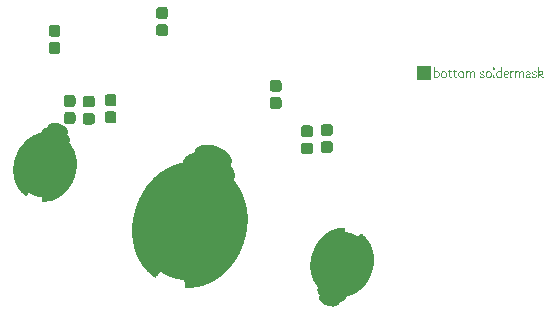
<source format=gbs>
G04                                                      *
G04 Greetings!                                           *
G04 This Gerber was generated by PCBmodE, an open source *
G04 PCB design software. Get it here:                    *
G04                                                      *
G04   http://pcbmode.com                                 *
G04                                                      *
G04 Also visit                                           *
G04                                                      *
G04   http://boldport.com                                *
G04                                                      *
G04 and follow @boldport / @pcbmode for updates!         *
G04                                                      *

G04 leading zeros omitted (L); absolute data (A); 6 integer digits and 6 fractional digits *
%FSLAX66Y66*%

G04 mode (MO): millimeters (MM) *
%MOMM*%

G04 Aperture definitions *
%ADD10C,0.001X*%
%ADD11C,0.001X*%

%LPD*%
G36*
G01X4735409Y-21424788D02*
G01X4735409Y-21424788D01*
G01X4683734Y-21420450D01*
G01X4632241Y-21414958D01*
G01X4580945Y-21408316D01*
G01X4529864Y-21400524D01*
G01X4479013Y-21391588D01*
G01X4428409Y-21381509D01*
G01X4378067Y-21370291D01*
G01X4328005Y-21357936D01*
G01X4278238Y-21344448D01*
G01X4228783Y-21329828D01*
G01X4179656Y-21314081D01*
G01X4174219Y-21312262D01*
G01X4174219Y-21312262D01*
G01X4126349Y-21295019D01*
G01X4078898Y-21276710D01*
G01X4031881Y-21257343D01*
G01X3985310Y-21236925D01*
G01X3939200Y-21215464D01*
G01X3893564Y-21192968D01*
G01X3848416Y-21169444D01*
G01X3803770Y-21144899D01*
G01X3759640Y-21119341D01*
G01X3716039Y-21092777D01*
G01X3672980Y-21065216D01*
G01X3668230Y-21062092D01*
G01X3668230Y-21062092D01*
G01X3625755Y-21064479D01*
G01X3625755Y-21064479D01*
G01X3625755Y-21064479D01*
G01X3594256Y-21102799D01*
G01X3562429Y-21140996D01*
G01X3530263Y-21179062D01*
G01X3497744Y-21216993D01*
G01X3464860Y-21254783D01*
G01X3431598Y-21292426D01*
G01X3409208Y-21317438D01*
G01X3409208Y-21317438D01*
G01X3345991Y-21274901D01*
G01X3284768Y-21230626D01*
G01X3225529Y-21184661D01*
G01X3168264Y-21137055D01*
G01X3112965Y-21087856D01*
G01X3059622Y-21037113D01*
G01X3008226Y-20984874D01*
G01X2958768Y-20931187D01*
G01X2911239Y-20876101D01*
G01X2865629Y-20819664D01*
G01X2821930Y-20761925D01*
G01X2780132Y-20702932D01*
G01X2740226Y-20642733D01*
G01X2702203Y-20581377D01*
G01X2666054Y-20518913D01*
G01X2631770Y-20455388D01*
G01X2599341Y-20390852D01*
G01X2568758Y-20325352D01*
G01X2540013Y-20258936D01*
G01X2513095Y-20191655D01*
G01X2487996Y-20123555D01*
G01X2464707Y-20054685D01*
G01X2443218Y-19985094D01*
G01X2423520Y-19914830D01*
G01X2405605Y-19843942D01*
G01X2389462Y-19772477D01*
G01X2375083Y-19700485D01*
G01X2362459Y-19628013D01*
G01X2351580Y-19555110D01*
G01X2342438Y-19481825D01*
G01X2335022Y-19408206D01*
G01X2329325Y-19334302D01*
G01X2325336Y-19260160D01*
G01X2323047Y-19185829D01*
G01X2322448Y-19111358D01*
G01X2323530Y-19036795D01*
G01X2326285Y-18962188D01*
G01X2330702Y-18887586D01*
G01X2336774Y-18813038D01*
G01X2344490Y-18738591D01*
G01X2353841Y-18664294D01*
G01X2364818Y-18590196D01*
G01X2377413Y-18516345D01*
G01X2391615Y-18442789D01*
G01X2407417Y-18369577D01*
G01X2424807Y-18296757D01*
G01X2443779Y-18224378D01*
G01X2464321Y-18152488D01*
G01X2486426Y-18081135D01*
G01X2510083Y-18010368D01*
G01X2510083Y-18010368D01*
G01X2510083Y-18010368D01*
G01X2532823Y-17945787D01*
G01X2556614Y-17881968D01*
G01X2581442Y-17818923D01*
G01X2607293Y-17756667D01*
G01X2634153Y-17695210D01*
G01X2662009Y-17634567D01*
G01X2690846Y-17574750D01*
G01X2720650Y-17515773D01*
G01X2751407Y-17457647D01*
G01X2783103Y-17400386D01*
G01X2815725Y-17344002D01*
G01X2849259Y-17288510D01*
G01X2883689Y-17233921D01*
G01X2919003Y-17180248D01*
G01X2955186Y-17127504D01*
G01X2992225Y-17075702D01*
G01X3030106Y-17024856D01*
G01X3068813Y-16974977D01*
G01X3108335Y-16926079D01*
G01X3148655Y-16878174D01*
G01X3189762Y-16831276D01*
G01X3231640Y-16785397D01*
G01X3274275Y-16740551D01*
G01X3317654Y-16696749D01*
G01X3361763Y-16654006D01*
G01X3406587Y-16612333D01*
G01X3452113Y-16571744D01*
G01X3498327Y-16532252D01*
G01X3545215Y-16493869D01*
G01X3592762Y-16456608D01*
G01X3640955Y-16420483D01*
G01X3689780Y-16385506D01*
G01X3739222Y-16351690D01*
G01X3789269Y-16319047D01*
G01X3839905Y-16287592D01*
G01X3891117Y-16257335D01*
G01X3942891Y-16228292D01*
G01X3995213Y-16200474D01*
G01X4048069Y-16173894D01*
G01X4101445Y-16148565D01*
G01X4155327Y-16124500D01*
G01X4209701Y-16101712D01*
G01X4264554Y-16080213D01*
G01X4319870Y-16060018D01*
G01X4375636Y-16041137D01*
G01X4431838Y-16023585D01*
G01X4488463Y-16007375D01*
G01X4545495Y-15992518D01*
G01X4602922Y-15979028D01*
G01X4660729Y-15966919D01*
G01X4660729Y-15966919D01*
G01X4660729Y-15966919D01*
G01X4684279Y-15941361D01*
G01X4684279Y-15941361D01*
G01X4684279Y-15941361D01*
G01X4690766Y-15911687D01*
G01X4699447Y-15882773D01*
G01X4699447Y-15882773D01*
G01X4699447Y-15882773D01*
G01X4716728Y-15840079D01*
G01X4738443Y-15799346D01*
G01X4764472Y-15760661D01*
G01X4794696Y-15724108D01*
G01X4828994Y-15689775D01*
G01X4867247Y-15657748D01*
G01X4909336Y-15628112D01*
G01X4955141Y-15600954D01*
G01X5004543Y-15576360D01*
G01X5057421Y-15554416D01*
G01X5113656Y-15535208D01*
G01X5173129Y-15518822D01*
G01X5204042Y-15511714D01*
G01X5204042Y-15511714D01*
G01X5221852Y-15490643D01*
G01X5221852Y-15490643D01*
G01X5221852Y-15490643D01*
G01X5227147Y-15451327D01*
G01X5237238Y-15413494D01*
G01X5237238Y-15413494D01*
G01X5237238Y-15413494D01*
G01X5254112Y-15373418D01*
G01X5276192Y-15336143D01*
G01X5303213Y-15301723D01*
G01X5334912Y-15270211D01*
G01X5371024Y-15241662D01*
G01X5411287Y-15216127D01*
G01X5455435Y-15193662D01*
G01X5503205Y-15174320D01*
G01X5554334Y-15158153D01*
G01X5608556Y-15145217D01*
G01X5665608Y-15135564D01*
G01X5725226Y-15129248D01*
G01X5787147Y-15126322D01*
G01X5851105Y-15126841D01*
G01X5916838Y-15130857D01*
G01X5984081Y-15138425D01*
G01X6052571Y-15149597D01*
G01X6122043Y-15164428D01*
G01X6192233Y-15182970D01*
G01X6262878Y-15205279D01*
G01X6262878Y-15205279D01*
G01X6262878Y-15205279D01*
G01X6332388Y-15230904D01*
G01X6399233Y-15259229D01*
G01X6463236Y-15290048D01*
G01X6524222Y-15323157D01*
G01X6582015Y-15358353D01*
G01X6636440Y-15395432D01*
G01X6687320Y-15434190D01*
G01X6734479Y-15474422D01*
G01X6777742Y-15515925D01*
G01X6816933Y-15558494D01*
G01X6851876Y-15601927D01*
G01X6882395Y-15646018D01*
G01X6908314Y-15690564D01*
G01X6929458Y-15735360D01*
G01X6945650Y-15780204D01*
G01X6956715Y-15824890D01*
G01X6962477Y-15869215D01*
G01X6962760Y-15912975D01*
G01X6957388Y-15955965D01*
G01X6946186Y-15997983D01*
G01X6946186Y-15997983D01*
G01X6946186Y-15997983D01*
G01X6930402Y-16035324D01*
G01X6909756Y-16070638D01*
G01X6909756Y-16070638D01*
G01X6909756Y-16070638D01*
G01X6912054Y-16095467D01*
G01X6912054Y-16095467D01*
G01X6912054Y-16095467D01*
G01X6951222Y-16144706D01*
G01X6986116Y-16194265D01*
G01X7016693Y-16244003D01*
G01X7042912Y-16293777D01*
G01X7064730Y-16343447D01*
G01X7082105Y-16392869D01*
G01X7094996Y-16441903D01*
G01X7103361Y-16490407D01*
G01X7107157Y-16538240D01*
G01X7106343Y-16585259D01*
G01X7100878Y-16631323D01*
G01X7090718Y-16676290D01*
G01X7083865Y-16698318D01*
G01X7083865Y-16698318D01*
G01X7072053Y-16727514D01*
G01X7058061Y-16755803D01*
G01X7058061Y-16755803D01*
G01X7058061Y-16755803D01*
G01X7061491Y-16787100D01*
G01X7061491Y-16787100D01*
G01X7061491Y-16787100D01*
G01X7099835Y-16832075D01*
G01X7137032Y-16877910D01*
G01X7173079Y-16924586D01*
G01X7207973Y-16972084D01*
G01X7241709Y-17020385D01*
G01X7274286Y-17069470D01*
G01X7305701Y-17119322D01*
G01X7335949Y-17169920D01*
G01X7365027Y-17221246D01*
G01X7392934Y-17273282D01*
G01X7419665Y-17326009D01*
G01X7445217Y-17379407D01*
G01X7469587Y-17433459D01*
G01X7492773Y-17488145D01*
G01X7514770Y-17543446D01*
G01X7535576Y-17599345D01*
G01X7555187Y-17655821D01*
G01X7573600Y-17712857D01*
G01X7590813Y-17770433D01*
G01X7606822Y-17828531D01*
G01X7621624Y-17887132D01*
G01X7635215Y-17946217D01*
G01X7647593Y-18005768D01*
G01X7658754Y-18065765D01*
G01X7668696Y-18126190D01*
G01X7677414Y-18187025D01*
G01X7684907Y-18248249D01*
G01X7691170Y-18309846D01*
G01X7696201Y-18371795D01*
G01X7699996Y-18434079D01*
G01X7702553Y-18496677D01*
G01X7703867Y-18559572D01*
G01X7703937Y-18622745D01*
G01X7702758Y-18686177D01*
G01X7700328Y-18749850D01*
G01X7696644Y-18813743D01*
G01X7691702Y-18877840D01*
G01X7685499Y-18942120D01*
G01X7678032Y-19006566D01*
G01X7669297Y-19071158D01*
G01X7659293Y-19135878D01*
G01X7648015Y-19200706D01*
G01X7635460Y-19265625D01*
G01X7621626Y-19330615D01*
G01X7606508Y-19395657D01*
G01X7590105Y-19460734D01*
G01X7572412Y-19525825D01*
G01X7553427Y-19590913D01*
G01X7533146Y-19655978D01*
G01X7511566Y-19721002D01*
G01X7511566Y-19721002D01*
G01X7511566Y-19721002D01*
G01X7486933Y-19791435D01*
G01X7460713Y-19861381D01*
G01X7432929Y-19930795D01*
G01X7403604Y-19999633D01*
G01X7372758Y-20067851D01*
G01X7340416Y-20135407D01*
G01X7306600Y-20202254D01*
G01X7271331Y-20268351D01*
G01X7234632Y-20333652D01*
G01X7196526Y-20398114D01*
G01X7157035Y-20461693D01*
G01X7116182Y-20524346D01*
G01X7073989Y-20586028D01*
G01X7030477Y-20646695D01*
G01X6985671Y-20706304D01*
G01X6939591Y-20764810D01*
G01X6892262Y-20822170D01*
G01X6843704Y-20878340D01*
G01X6793940Y-20933277D01*
G01X6742993Y-20986935D01*
G01X6690885Y-21039271D01*
G01X6637639Y-21090242D01*
G01X6583277Y-21139803D01*
G01X6527821Y-21187911D01*
G01X6471294Y-21234521D01*
G01X6413718Y-21279591D01*
G01X6355116Y-21323075D01*
G01X6295509Y-21364930D01*
G01X6234922Y-21405112D01*
G01X6173374Y-21443578D01*
G01X6110891Y-21480283D01*
G01X6047492Y-21515183D01*
G01X5983202Y-21548235D01*
G01X5918043Y-21579395D01*
G01X5852036Y-21608618D01*
G01X5785204Y-21635862D01*
G01X5717570Y-21661081D01*
G01X5649156Y-21684233D01*
G01X5579985Y-21705272D01*
G01X5510078Y-21724157D01*
G01X5439459Y-21740841D01*
G01X5368150Y-21755283D01*
G01X5296173Y-21767437D01*
G01X5223550Y-21777260D01*
G01X5150304Y-21784708D01*
G01X5076457Y-21789737D01*
G01X5002033Y-21792303D01*
G01X4927052Y-21792362D01*
G01X4851538Y-21789871D01*
G01X4775513Y-21784785D01*
G01X4775513Y-21784785D01*
G01X4775513Y-21784785D01*
G01X4771956Y-21733932D01*
G01X4768810Y-21683204D01*
G01X4766060Y-21632596D01*
G01X4763691Y-21582101D01*
G01X4761688Y-21531714D01*
G01X4760037Y-21481428D01*
G01X4759124Y-21447957D01*
G01X4759124Y-21447957D01*
G01X4735017Y-21424902D01*
G01X4735017Y-21424902D01*
G37*
G36*
G01X16771700Y-28423999D02*
G01X16771700Y-28423999D01*
G01X16719464Y-28419877D01*
G01X16667326Y-28415106D01*
G01X16615290Y-28409688D01*
G01X16563363Y-28403623D01*
G01X16511549Y-28396913D01*
G01X16459853Y-28389559D01*
G01X16408281Y-28381560D01*
G01X16356836Y-28372919D01*
G01X16305525Y-28363635D01*
G01X16254353Y-28353711D01*
G01X16203323Y-28343146D01*
G01X16152443Y-28331943D01*
G01X16101716Y-28320100D01*
G01X16051147Y-28307621D01*
G01X16000743Y-28294504D01*
G01X15950507Y-28280752D01*
G01X15900445Y-28266366D01*
G01X15850562Y-28251345D01*
G01X15800863Y-28235691D01*
G01X15751353Y-28219406D01*
G01X15751353Y-28219406D01*
G01X15751353Y-28219406D01*
G01X15702907Y-28202228D01*
G01X15654693Y-28184451D01*
G01X15606715Y-28166077D01*
G01X15558978Y-28147107D01*
G01X15511485Y-28127544D01*
G01X15464241Y-28107390D01*
G01X15417251Y-28086649D01*
G01X15370518Y-28065321D01*
G01X15324047Y-28043411D01*
G01X15277842Y-28020919D01*
G01X15231908Y-27997848D01*
G01X15186248Y-27974201D01*
G01X15140867Y-27949979D01*
G01X15095770Y-27925186D01*
G01X15050960Y-27899824D01*
G01X15006442Y-27873894D01*
G01X14962221Y-27847400D01*
G01X14918299Y-27820343D01*
G01X14874682Y-27792727D01*
G01X14831375Y-27764552D01*
G01X14831375Y-27764552D01*
G01X14831375Y-27764552D01*
G01X14791977Y-27747644D01*
G01X14754147Y-27768891D01*
G01X14754147Y-27768891D01*
G01X14754147Y-27768891D01*
G01X14723675Y-27806078D01*
G01X14693037Y-27843202D01*
G01X14662229Y-27880262D01*
G01X14631247Y-27917255D01*
G01X14600090Y-27954181D01*
G01X14568752Y-27991038D01*
G01X14537230Y-28027824D01*
G01X14505522Y-28064538D01*
G01X14473622Y-28101178D01*
G01X14441529Y-28137743D01*
G01X14409238Y-28174231D01*
G01X14376747Y-28210641D01*
G01X14360424Y-28228816D01*
G01X14360424Y-28228816D01*
G01X14302501Y-28190547D01*
G01X14245486Y-28151477D01*
G01X14189377Y-28111616D01*
G01X14134171Y-28070977D01*
G01X14079867Y-28029569D01*
G01X14026463Y-27987404D01*
G01X13973956Y-27944494D01*
G01X13922345Y-27900848D01*
G01X13871628Y-27856478D01*
G01X13821801Y-27811396D01*
G01X13772864Y-27765611D01*
G01X13724814Y-27719135D01*
G01X13677649Y-27671980D01*
G01X13631367Y-27624155D01*
G01X13585965Y-27575672D01*
G01X13541443Y-27526542D01*
G01X13497797Y-27476777D01*
G01X13455026Y-27426386D01*
G01X13413128Y-27375381D01*
G01X13372100Y-27323773D01*
G01X13331940Y-27271574D01*
G01X13292647Y-27218793D01*
G01X13254217Y-27165443D01*
G01X13216650Y-27111533D01*
G01X13179944Y-27057075D01*
G01X13144095Y-27002081D01*
G01X13109101Y-26946560D01*
G01X13074962Y-26890525D01*
G01X13041675Y-26833986D01*
G01X13009237Y-26776953D01*
G01X12977646Y-26719439D01*
G01X12946901Y-26661454D01*
G01X12917000Y-26603009D01*
G01X12887939Y-26544114D01*
G01X12859718Y-26484782D01*
G01X12832334Y-26425023D01*
G01X12805786Y-26364849D01*
G01X12780070Y-26304269D01*
G01X12755185Y-26243295D01*
G01X12731128Y-26181938D01*
G01X12707899Y-26120210D01*
G01X12685494Y-26058120D01*
G01X12663912Y-25995681D01*
G01X12643150Y-25932903D01*
G01X12623206Y-25869797D01*
G01X12604079Y-25806374D01*
G01X12585766Y-25742645D01*
G01X12568265Y-25678621D01*
G01X12551574Y-25614313D01*
G01X12535692Y-25549733D01*
G01X12520615Y-25484890D01*
G01X12506341Y-25419797D01*
G01X12492870Y-25354464D01*
G01X12480198Y-25288902D01*
G01X12468324Y-25223122D01*
G01X12457245Y-25157135D01*
G01X12446959Y-25090952D01*
G01X12437465Y-25024585D01*
G01X12428760Y-24958043D01*
G01X12420842Y-24891339D01*
G01X12413710Y-24824483D01*
G01X12407360Y-24757486D01*
G01X12401791Y-24690360D01*
G01X12397001Y-24623114D01*
G01X12392987Y-24555761D01*
G01X12389748Y-24488311D01*
G01X12387282Y-24420775D01*
G01X12385586Y-24353164D01*
G01X12384659Y-24285490D01*
G01X12384498Y-24217762D01*
G01X12385101Y-24149993D01*
G01X12386466Y-24082193D01*
G01X12388591Y-24014373D01*
G01X12391474Y-23946545D01*
G01X12395113Y-23878718D01*
G01X12399506Y-23810905D01*
G01X12404650Y-23743116D01*
G01X12410545Y-23675362D01*
G01X12417186Y-23607655D01*
G01X12424573Y-23540004D01*
G01X12432704Y-23472422D01*
G01X12441576Y-23404920D01*
G01X12451187Y-23337507D01*
G01X12461535Y-23270196D01*
G01X12472618Y-23202997D01*
G01X12484434Y-23135921D01*
G01X12496981Y-23068979D01*
G01X12510257Y-23002183D01*
G01X12524259Y-22935543D01*
G01X12538986Y-22869070D01*
G01X12554436Y-22802775D01*
G01X12570606Y-22736670D01*
G01X12587494Y-22670765D01*
G01X12605099Y-22605071D01*
G01X12623418Y-22539600D01*
G01X12642449Y-22474362D01*
G01X12662190Y-22409368D01*
G01X12682639Y-22344629D01*
G01X12703794Y-22280157D01*
G01X12725653Y-22215962D01*
G01X12725653Y-22215962D01*
G01X12725653Y-22215962D01*
G01X12746085Y-22157080D01*
G01X12766998Y-22098542D01*
G01X12788388Y-22040350D01*
G01X12810254Y-21982508D01*
G01X12832591Y-21925017D01*
G01X12855396Y-21867881D01*
G01X12878666Y-21811104D01*
G01X12902398Y-21754687D01*
G01X12926588Y-21698634D01*
G01X12951235Y-21642948D01*
G01X12976333Y-21587632D01*
G01X13001881Y-21532688D01*
G01X13027875Y-21478120D01*
G01X13054312Y-21423930D01*
G01X13081188Y-21370122D01*
G01X13108501Y-21316698D01*
G01X13136247Y-21263661D01*
G01X13164423Y-21211015D01*
G01X13193026Y-21158761D01*
G01X13222053Y-21106904D01*
G01X13251501Y-21055445D01*
G01X13281366Y-21004389D01*
G01X13311645Y-20953737D01*
G01X13342335Y-20903493D01*
G01X13373433Y-20853660D01*
G01X13404936Y-20804240D01*
G01X13436841Y-20755236D01*
G01X13469143Y-20706653D01*
G01X13501841Y-20658491D01*
G01X13534931Y-20610755D01*
G01X13568410Y-20563447D01*
G01X13602275Y-20516570D01*
G01X13636522Y-20470127D01*
G01X13671148Y-20424122D01*
G01X13706150Y-20378556D01*
G01X13741526Y-20333433D01*
G01X13777271Y-20288756D01*
G01X13813383Y-20244527D01*
G01X13849858Y-20200750D01*
G01X13886693Y-20157428D01*
G01X13923885Y-20114563D01*
G01X13961432Y-20072159D01*
G01X13999329Y-20030218D01*
G01X14037573Y-19988743D01*
G01X14076162Y-19947737D01*
G01X14115092Y-19907204D01*
G01X14154361Y-19867145D01*
G01X14193964Y-19827565D01*
G01X14233898Y-19788465D01*
G01X14274161Y-19749849D01*
G01X14314750Y-19711720D01*
G01X14355660Y-19674081D01*
G01X14396890Y-19636934D01*
G01X14438435Y-19600283D01*
G01X14480293Y-19564130D01*
G01X14522460Y-19528478D01*
G01X14564933Y-19493331D01*
G01X14607710Y-19458691D01*
G01X14650786Y-19424562D01*
G01X14694159Y-19390945D01*
G01X14737826Y-19357844D01*
G01X14781783Y-19325263D01*
G01X14826027Y-19293203D01*
G01X14870555Y-19261668D01*
G01X14915364Y-19230660D01*
G01X14960451Y-19200184D01*
G01X15005812Y-19170240D01*
G01X15051445Y-19140834D01*
G01X15097345Y-19111966D01*
G01X15143511Y-19083642D01*
G01X15189938Y-19055862D01*
G01X15236624Y-19028631D01*
G01X15283565Y-19001950D01*
G01X15330759Y-18975824D01*
G01X15378201Y-18950255D01*
G01X15425890Y-18925245D01*
G01X15473821Y-18900799D01*
G01X15521991Y-18876918D01*
G01X15570398Y-18853606D01*
G01X15619039Y-18830865D01*
G01X15667909Y-18808700D01*
G01X15717006Y-18787111D01*
G01X15766327Y-18766103D01*
G01X15815868Y-18745678D01*
G01X15865626Y-18725840D01*
G01X15915599Y-18706590D01*
G01X15965782Y-18687933D01*
G01X16016174Y-18669871D01*
G01X16066769Y-18652406D01*
G01X16117567Y-18635543D01*
G01X16168562Y-18619283D01*
G01X16219753Y-18603630D01*
G01X16271135Y-18588587D01*
G01X16322706Y-18574156D01*
G01X16374463Y-18560341D01*
G01X16426402Y-18547144D01*
G01X16478520Y-18534569D01*
G01X16530814Y-18522618D01*
G01X16583281Y-18511294D01*
G01X16635918Y-18500600D01*
G01X16635918Y-18500600D01*
G01X16635918Y-18500600D01*
G01X16668066Y-18481224D01*
G01X16678737Y-18454132D01*
G01X16678737Y-18454132D01*
G01X16678737Y-18454132D01*
G01X16686403Y-18417298D01*
G01X16695664Y-18381090D01*
G01X16706315Y-18347608D01*
G01X16706315Y-18347608D01*
G01X16724996Y-18298683D01*
G01X16746858Y-18251127D01*
G01X16771848Y-18204980D01*
G01X16799912Y-18160279D01*
G01X16830998Y-18117063D01*
G01X16865053Y-18075369D01*
G01X16902022Y-18035236D01*
G01X16941854Y-17996703D01*
G01X16984495Y-17959807D01*
G01X17029892Y-17924587D01*
G01X17077991Y-17891081D01*
G01X17128741Y-17859327D01*
G01X17182087Y-17829363D01*
G01X17237977Y-17801227D01*
G01X17296358Y-17774959D01*
G01X17357176Y-17750595D01*
G01X17420378Y-17728175D01*
G01X17485911Y-17707736D01*
G01X17553723Y-17689316D01*
G01X17623759Y-17672955D01*
G01X17623759Y-17672955D01*
G01X17623759Y-17672955D01*
G01X17650600Y-17649309D01*
G01X17656141Y-17634645D01*
G01X17656141Y-17634645D01*
G01X17656141Y-17634645D01*
G01X17661754Y-17585730D01*
G01X17671351Y-17538099D01*
G01X17684116Y-17494373D01*
G01X17684116Y-17494373D01*
G01X17701362Y-17450048D01*
G01X17722083Y-17407543D01*
G01X17746178Y-17366878D01*
G01X17773541Y-17328074D01*
G01X17804070Y-17291153D01*
G01X17837661Y-17256136D01*
G01X17874210Y-17223044D01*
G01X17913613Y-17191897D01*
G01X17955767Y-17162717D01*
G01X18000569Y-17135525D01*
G01X18047913Y-17110342D01*
G01X18097698Y-17087188D01*
G01X18149818Y-17066086D01*
G01X18204171Y-17047055D01*
G01X18260653Y-17030118D01*
G01X18319160Y-17015294D01*
G01X18379589Y-17002606D01*
G01X18441835Y-16992074D01*
G01X18505796Y-16983719D01*
G01X18571367Y-16977562D01*
G01X18638445Y-16973625D01*
G01X18706926Y-16971928D01*
G01X18776707Y-16972492D01*
G01X18847684Y-16975338D01*
G01X18919752Y-16980488D01*
G01X18992810Y-16987963D01*
G01X19066752Y-16997782D01*
G01X19141475Y-17009969D01*
G01X19216877Y-17024543D01*
G01X19292852Y-17041525D01*
G01X19369297Y-17060938D01*
G01X19446109Y-17082801D01*
G01X19523183Y-17107135D01*
G01X19548915Y-17115800D01*
G01X19548915Y-17115800D01*
G01X19625308Y-17143146D01*
G01X19700003Y-17172311D01*
G01X19772929Y-17203216D01*
G01X19844019Y-17235781D01*
G01X19913203Y-17269925D01*
G01X19980412Y-17305569D01*
G01X20045578Y-17342631D01*
G01X20108630Y-17381033D01*
G01X20169500Y-17420694D01*
G01X20228120Y-17461534D01*
G01X20284419Y-17503472D01*
G01X20338329Y-17546429D01*
G01X20389780Y-17590325D01*
G01X20438705Y-17635079D01*
G01X20485033Y-17680611D01*
G01X20528695Y-17726842D01*
G01X20569623Y-17773690D01*
G01X20607748Y-17821077D01*
G01X20643000Y-17868921D01*
G01X20675310Y-17917144D01*
G01X20704609Y-17965664D01*
G01X20730829Y-18014401D01*
G01X20753900Y-18063276D01*
G01X20773753Y-18112208D01*
G01X20790319Y-18161118D01*
G01X20803529Y-18209925D01*
G01X20813314Y-18258548D01*
G01X20819605Y-18306909D01*
G01X20822333Y-18354926D01*
G01X20821429Y-18402520D01*
G01X20816823Y-18449610D01*
G01X20808447Y-18496117D01*
G01X20796231Y-18541960D01*
G01X20791294Y-18557080D01*
G01X20791294Y-18557080D01*
G01X20772752Y-18603667D01*
G01X20750090Y-18648493D01*
G01X20725058Y-18689181D01*
G01X20725058Y-18689181D01*
G01X20729236Y-18734324D01*
G01X20729236Y-18734324D01*
G01X20729236Y-18734324D01*
G01X20774652Y-18790195D01*
G01X20817044Y-18846332D01*
G01X20856392Y-18902671D01*
G01X20892678Y-18959149D01*
G01X20925883Y-19015704D01*
G01X20955989Y-19072272D01*
G01X20982977Y-19128790D01*
G01X21006828Y-19185196D01*
G01X21027524Y-19241427D01*
G01X21045046Y-19297420D01*
G01X21059376Y-19353112D01*
G01X21070495Y-19408440D01*
G01X21078385Y-19463341D01*
G01X21083026Y-19517752D01*
G01X21084400Y-19571611D01*
G01X21082489Y-19624855D01*
G01X21077274Y-19677420D01*
G01X21068737Y-19729244D01*
G01X21056858Y-19780264D01*
G01X21041620Y-19830417D01*
G01X21041620Y-19830417D01*
G01X21041620Y-19830417D01*
G01X21027436Y-19866708D01*
G01X21011452Y-19902192D01*
G01X20994703Y-19934936D01*
G01X20994703Y-19934936D01*
G01X20989589Y-19966836D01*
G01X21000940Y-19991839D01*
G01X21000940Y-19991839D01*
G01X21000940Y-19991839D01*
G01X21036059Y-20032528D01*
G01X21070657Y-20073612D01*
G01X21104733Y-20115087D01*
G01X21138288Y-20156948D01*
G01X21171319Y-20199192D01*
G01X21203827Y-20241813D01*
G01X21235811Y-20284808D01*
G01X21267270Y-20328173D01*
G01X21298203Y-20371903D01*
G01X21328609Y-20415993D01*
G01X21358489Y-20460440D01*
G01X21387840Y-20505239D01*
G01X21416663Y-20550387D01*
G01X21444957Y-20595878D01*
G01X21472721Y-20641709D01*
G01X21499953Y-20687875D01*
G01X21526655Y-20734372D01*
G01X21552824Y-20781196D01*
G01X21578460Y-20828342D01*
G01X21603563Y-20875806D01*
G01X21628131Y-20923585D01*
G01X21652165Y-20971673D01*
G01X21675662Y-21020066D01*
G01X21698623Y-21068761D01*
G01X21721047Y-21117752D01*
G01X21742933Y-21167037D01*
G01X21764280Y-21216609D01*
G01X21785088Y-21266465D01*
G01X21805356Y-21316602D01*
G01X21825083Y-21367014D01*
G01X21844268Y-21417697D01*
G01X21862912Y-21468647D01*
G01X21881012Y-21519860D01*
G01X21898568Y-21571331D01*
G01X21915581Y-21623057D01*
G01X21932048Y-21675033D01*
G01X21947969Y-21727254D01*
G01X21963344Y-21779717D01*
G01X21978171Y-21832417D01*
G01X21992451Y-21885349D01*
G01X22006181Y-21938511D01*
G01X22019363Y-21991897D01*
G01X22031994Y-22045503D01*
G01X22044074Y-22099324D01*
G01X22055603Y-22153358D01*
G01X22066580Y-22207598D01*
G01X22077003Y-22262042D01*
G01X22086873Y-22316684D01*
G01X22096188Y-22371521D01*
G01X22104948Y-22426548D01*
G01X22113153Y-22481762D01*
G01X22120800Y-22537156D01*
G01X22127891Y-22592729D01*
G01X22134423Y-22648474D01*
G01X22140397Y-22704389D01*
G01X22145811Y-22760468D01*
G01X22150665Y-22816707D01*
G01X22154958Y-22873103D01*
G01X22158689Y-22929650D01*
G01X22161858Y-22986345D01*
G01X22164464Y-23043184D01*
G01X22166507Y-23100161D01*
G01X22167984Y-23157273D01*
G01X22168897Y-23214516D01*
G01X22169243Y-23271885D01*
G01X22169023Y-23329376D01*
G01X22168236Y-23386985D01*
G01X22166881Y-23444707D01*
G01X22164956Y-23502538D01*
G01X22162462Y-23560475D01*
G01X22159398Y-23618512D01*
G01X22155763Y-23676645D01*
G01X22151557Y-23734871D01*
G01X22146777Y-23793184D01*
G01X22141425Y-23851581D01*
G01X22135499Y-23910058D01*
G01X22128999Y-23968609D01*
G01X22121923Y-24027231D01*
G01X22114271Y-24085920D01*
G01X22106042Y-24144671D01*
G01X22097236Y-24203481D01*
G01X22087852Y-24262344D01*
G01X22077889Y-24321256D01*
G01X22067347Y-24380214D01*
G01X22056224Y-24439212D01*
G01X22044520Y-24498247D01*
G01X22032235Y-24557315D01*
G01X22019367Y-24616411D01*
G01X22005915Y-24675531D01*
G01X21991880Y-24734670D01*
G01X21977261Y-24793825D01*
G01X21962056Y-24852991D01*
G01X21946265Y-24912164D01*
G01X21929887Y-24971339D01*
G01X21912922Y-25030513D01*
G01X21895368Y-25089680D01*
G01X21877226Y-25148838D01*
G01X21858494Y-25207981D01*
G01X21839172Y-25267105D01*
G01X21819258Y-25326206D01*
G01X21819258Y-25326206D01*
G01X21819258Y-25326206D01*
G01X21797228Y-25390342D01*
G01X21774471Y-25454267D01*
G01X21750993Y-25517970D01*
G01X21726799Y-25581441D01*
G01X21701893Y-25644670D01*
G01X21676282Y-25707648D01*
G01X21649970Y-25770364D01*
G01X21622963Y-25832808D01*
G01X21595264Y-25894970D01*
G01X21566881Y-25956841D01*
G01X21537816Y-26018411D01*
G01X21508077Y-26079669D01*
G01X21477667Y-26140605D01*
G01X21446592Y-26201210D01*
G01X21414857Y-26261473D01*
G01X21382467Y-26321385D01*
G01X21349427Y-26380936D01*
G01X21315742Y-26440115D01*
G01X21281417Y-26498912D01*
G01X21246458Y-26557319D01*
G01X21210870Y-26615324D01*
G01X21174657Y-26672918D01*
G01X21137824Y-26730090D01*
G01X21100378Y-26786831D01*
G01X21062322Y-26843131D01*
G01X21023662Y-26898980D01*
G01X20984404Y-26954368D01*
G01X20944551Y-27009284D01*
G01X20904110Y-27063719D01*
G01X20863085Y-27117664D01*
G01X20821481Y-27171107D01*
G01X20779304Y-27224039D01*
G01X20736559Y-27276450D01*
G01X20693250Y-27328330D01*
G01X20649383Y-27379670D01*
G01X20604962Y-27430458D01*
G01X20559994Y-27480685D01*
G01X20514483Y-27530342D01*
G01X20468434Y-27579417D01*
G01X20421852Y-27627902D01*
G01X20374743Y-27675786D01*
G01X20327111Y-27723059D01*
G01X20278962Y-27769711D01*
G01X20230300Y-27815733D01*
G01X20181131Y-27861114D01*
G01X20131459Y-27905844D01*
G01X20081291Y-27949914D01*
G01X20030631Y-27993313D01*
G01X19979483Y-28036032D01*
G01X19927854Y-28078059D01*
G01X19875748Y-28119387D01*
G01X19823171Y-28160003D01*
G01X19770127Y-28199900D01*
G01X19716621Y-28239066D01*
G01X19662659Y-28277491D01*
G01X19608246Y-28315166D01*
G01X19553387Y-28352080D01*
G01X19498086Y-28388225D01*
G01X19442350Y-28423588D01*
G01X19386182Y-28458162D01*
G01X19329589Y-28491935D01*
G01X19272575Y-28524898D01*
G01X19215146Y-28557041D01*
G01X19157306Y-28588353D01*
G01X19099060Y-28618826D01*
G01X19040415Y-28648448D01*
G01X18981374Y-28677210D01*
G01X18921942Y-28705102D01*
G01X18862126Y-28732114D01*
G01X18801930Y-28758235D01*
G01X18741359Y-28783457D01*
G01X18680418Y-28807769D01*
G01X18619112Y-28831161D01*
G01X18557447Y-28853622D01*
G01X18495427Y-28875144D01*
G01X18433058Y-28895716D01*
G01X18370345Y-28915328D01*
G01X18307292Y-28933970D01*
G01X18243905Y-28951633D01*
G01X18180190Y-28968305D01*
G01X18116150Y-28983978D01*
G01X18051791Y-28998641D01*
G01X17987119Y-29012285D01*
G01X17922138Y-29024898D01*
G01X17856853Y-29036472D01*
G01X17791270Y-29046997D01*
G01X17725393Y-29056461D01*
G01X17659228Y-29064857D01*
G01X17592780Y-29072172D01*
G01X17526054Y-29078398D01*
G01X17459055Y-29083525D01*
G01X17391788Y-29087542D01*
G01X17324258Y-29090439D01*
G01X17256470Y-29092207D01*
G01X17188430Y-29092836D01*
G01X17120142Y-29092315D01*
G01X17051611Y-29090635D01*
G01X16982843Y-29087786D01*
G01X16913843Y-29083757D01*
G01X16844616Y-29078539D01*
G01X16844616Y-29078539D01*
G01X16844616Y-29078539D01*
G01X16841072Y-29029198D01*
G01X16837745Y-28979923D01*
G01X16834629Y-28930713D01*
G01X16831721Y-28881566D01*
G01X16829017Y-28832480D01*
G01X16826512Y-28783454D01*
G01X16824203Y-28734486D01*
G01X16822086Y-28685574D01*
G01X16820155Y-28636717D01*
G01X16818409Y-28587913D01*
G01X16816841Y-28539161D01*
G01X16815449Y-28490458D01*
G01X16814817Y-28466124D01*
G01X16814817Y-28466124D01*
G01X16809823Y-28437384D01*
G01X16770986Y-28424205D01*
G01X16770986Y-28424205D01*
G37*
G36*
G01X30442000Y-24380788D02*
G01X30442000Y-24380788D01*
G01X30493675Y-24385126D01*
G01X30545168Y-24390618D01*
G01X30596464Y-24397260D01*
G01X30647545Y-24405052D01*
G01X30698396Y-24413988D01*
G01X30749000Y-24424067D01*
G01X30799342Y-24435285D01*
G01X30849404Y-24447640D01*
G01X30899171Y-24461128D01*
G01X30948626Y-24475748D01*
G01X30997753Y-24491495D01*
G01X31003190Y-24493314D01*
G01X31003190Y-24493314D01*
G01X31051060Y-24510557D01*
G01X31098511Y-24528866D01*
G01X31145528Y-24548233D01*
G01X31192099Y-24568651D01*
G01X31238209Y-24590111D01*
G01X31283845Y-24612608D01*
G01X31328993Y-24636132D01*
G01X31373639Y-24660677D01*
G01X31417769Y-24686235D01*
G01X31461370Y-24712799D01*
G01X31504429Y-24740360D01*
G01X31509179Y-24743484D01*
G01X31509179Y-24743484D01*
G01X31551654Y-24741097D01*
G01X31551654Y-24741097D01*
G01X31551654Y-24741097D01*
G01X31583153Y-24702777D01*
G01X31614980Y-24664580D01*
G01X31647146Y-24626514D01*
G01X31679665Y-24588583D01*
G01X31712549Y-24550793D01*
G01X31745811Y-24513150D01*
G01X31768201Y-24488138D01*
G01X31768201Y-24488138D01*
G01X31831418Y-24530675D01*
G01X31892641Y-24574950D01*
G01X31951880Y-24620915D01*
G01X32009145Y-24668521D01*
G01X32064444Y-24717720D01*
G01X32117787Y-24768463D01*
G01X32169183Y-24820702D01*
G01X32218641Y-24874389D01*
G01X32266170Y-24929475D01*
G01X32311780Y-24985912D01*
G01X32355479Y-25043651D01*
G01X32397277Y-25102644D01*
G01X32437183Y-25162843D01*
G01X32475206Y-25224199D01*
G01X32511355Y-25286663D01*
G01X32545639Y-25350188D01*
G01X32578068Y-25414724D01*
G01X32608651Y-25480224D01*
G01X32637396Y-25546640D01*
G01X32664314Y-25613921D01*
G01X32689413Y-25682021D01*
G01X32712702Y-25750891D01*
G01X32734191Y-25820482D01*
G01X32753889Y-25890746D01*
G01X32771804Y-25961634D01*
G01X32787947Y-26033099D01*
G01X32802326Y-26105091D01*
G01X32814950Y-26177563D01*
G01X32825829Y-26250466D01*
G01X32834971Y-26323751D01*
G01X32842387Y-26397370D01*
G01X32848084Y-26471274D01*
G01X32852073Y-26545416D01*
G01X32854362Y-26619747D01*
G01X32854961Y-26694218D01*
G01X32853879Y-26768781D01*
G01X32851124Y-26843388D01*
G01X32846707Y-26917990D01*
G01X32840635Y-26992538D01*
G01X32832919Y-27066985D01*
G01X32823568Y-27141282D01*
G01X32812591Y-27215380D01*
G01X32799996Y-27289231D01*
G01X32785794Y-27362787D01*
G01X32769992Y-27435999D01*
G01X32752602Y-27508819D01*
G01X32733630Y-27581198D01*
G01X32713088Y-27653088D01*
G01X32690983Y-27724441D01*
G01X32667326Y-27795208D01*
G01X32667326Y-27795208D01*
G01X32667326Y-27795208D01*
G01X32644586Y-27859789D01*
G01X32620795Y-27923608D01*
G01X32595967Y-27986653D01*
G01X32570116Y-28048909D01*
G01X32543256Y-28110366D01*
G01X32515400Y-28171009D01*
G01X32486563Y-28230826D01*
G01X32456759Y-28289803D01*
G01X32426002Y-28347929D01*
G01X32394306Y-28405190D01*
G01X32361684Y-28461574D01*
G01X32328150Y-28517066D01*
G01X32293720Y-28571655D01*
G01X32258406Y-28625328D01*
G01X32222223Y-28678072D01*
G01X32185184Y-28729874D01*
G01X32147303Y-28780720D01*
G01X32108596Y-28830599D01*
G01X32069074Y-28879497D01*
G01X32028754Y-28927402D01*
G01X31987647Y-28974300D01*
G01X31945769Y-29020179D01*
G01X31903134Y-29065025D01*
G01X31859755Y-29108827D01*
G01X31815646Y-29151570D01*
G01X31770822Y-29193243D01*
G01X31725296Y-29233832D01*
G01X31679082Y-29273324D01*
G01X31632194Y-29311707D01*
G01X31584647Y-29348968D01*
G01X31536454Y-29385093D01*
G01X31487629Y-29420070D01*
G01X31438187Y-29453886D01*
G01X31388140Y-29486529D01*
G01X31337504Y-29517984D01*
G01X31286292Y-29548241D01*
G01X31234518Y-29577284D01*
G01X31182196Y-29605102D01*
G01X31129340Y-29631682D01*
G01X31075964Y-29657011D01*
G01X31022082Y-29681076D01*
G01X30967708Y-29703864D01*
G01X30912855Y-29725363D01*
G01X30857539Y-29745558D01*
G01X30801773Y-29764439D01*
G01X30745571Y-29781991D01*
G01X30688946Y-29798201D01*
G01X30631914Y-29813058D01*
G01X30574487Y-29826548D01*
G01X30516680Y-29838657D01*
G01X30516680Y-29838657D01*
G01X30516680Y-29838657D01*
G01X30493130Y-29864215D01*
G01X30493130Y-29864215D01*
G01X30493130Y-29864215D01*
G01X30486643Y-29893889D01*
G01X30477962Y-29922803D01*
G01X30477962Y-29922803D01*
G01X30477962Y-29922803D01*
G01X30460681Y-29965497D01*
G01X30438966Y-30006230D01*
G01X30412937Y-30044915D01*
G01X30382713Y-30081468D01*
G01X30348415Y-30115801D01*
G01X30310162Y-30147828D01*
G01X30268073Y-30177464D01*
G01X30222268Y-30204622D01*
G01X30172866Y-30229216D01*
G01X30119988Y-30251160D01*
G01X30063753Y-30270368D01*
G01X30004280Y-30286754D01*
G01X29973367Y-30293862D01*
G01X29973367Y-30293862D01*
G01X29955557Y-30314933D01*
G01X29955557Y-30314933D01*
G01X29955557Y-30314933D01*
G01X29950262Y-30354249D01*
G01X29940171Y-30392082D01*
G01X29940171Y-30392082D01*
G01X29940171Y-30392082D01*
G01X29923297Y-30432158D01*
G01X29901217Y-30469433D01*
G01X29874196Y-30503853D01*
G01X29842497Y-30535365D01*
G01X29806385Y-30563914D01*
G01X29766122Y-30589449D01*
G01X29721974Y-30611914D01*
G01X29674204Y-30631256D01*
G01X29623075Y-30647423D01*
G01X29568853Y-30660359D01*
G01X29511801Y-30670012D01*
G01X29452183Y-30676328D01*
G01X29390262Y-30679254D01*
G01X29326304Y-30678735D01*
G01X29260571Y-30674719D01*
G01X29193328Y-30667151D01*
G01X29124838Y-30655979D01*
G01X29055366Y-30641148D01*
G01X28985176Y-30622606D01*
G01X28914531Y-30600297D01*
G01X28914531Y-30600297D01*
G01X28914531Y-30600297D01*
G01X28845021Y-30574672D01*
G01X28778176Y-30546347D01*
G01X28714173Y-30515528D01*
G01X28653187Y-30482419D01*
G01X28595394Y-30447223D01*
G01X28540969Y-30410144D01*
G01X28490089Y-30371386D01*
G01X28442930Y-30331154D01*
G01X28399667Y-30289651D01*
G01X28360476Y-30247082D01*
G01X28325533Y-30203649D01*
G01X28295014Y-30159558D01*
G01X28269095Y-30115012D01*
G01X28247951Y-30070216D01*
G01X28231759Y-30025372D01*
G01X28220694Y-29980686D01*
G01X28214932Y-29936361D01*
G01X28214649Y-29892601D01*
G01X28220021Y-29849611D01*
G01X28231223Y-29807593D01*
G01X28231223Y-29807593D01*
G01X28231223Y-29807593D01*
G01X28247007Y-29770252D01*
G01X28267653Y-29734938D01*
G01X28267653Y-29734938D01*
G01X28267653Y-29734938D01*
G01X28265355Y-29710109D01*
G01X28265355Y-29710109D01*
G01X28265355Y-29710109D01*
G01X28226187Y-29660870D01*
G01X28191293Y-29611311D01*
G01X28160716Y-29561573D01*
G01X28134497Y-29511799D01*
G01X28112679Y-29462129D01*
G01X28095304Y-29412707D01*
G01X28082413Y-29363673D01*
G01X28074048Y-29315169D01*
G01X28070252Y-29267336D01*
G01X28071066Y-29220317D01*
G01X28076531Y-29174253D01*
G01X28086691Y-29129286D01*
G01X28093544Y-29107258D01*
G01X28093544Y-29107258D01*
G01X28105356Y-29078062D01*
G01X28119348Y-29049773D01*
G01X28119348Y-29049773D01*
G01X28119348Y-29049773D01*
G01X28115918Y-29018476D01*
G01X28115918Y-29018476D01*
G01X28115918Y-29018476D01*
G01X28077574Y-28973501D01*
G01X28040377Y-28927666D01*
G01X28004330Y-28880990D01*
G01X27969436Y-28833492D01*
G01X27935700Y-28785191D01*
G01X27903123Y-28736106D01*
G01X27871708Y-28686254D01*
G01X27841460Y-28635656D01*
G01X27812382Y-28584330D01*
G01X27784475Y-28532294D01*
G01X27757744Y-28479567D01*
G01X27732192Y-28426169D01*
G01X27707822Y-28372117D01*
G01X27684636Y-28317431D01*
G01X27662639Y-28262130D01*
G01X27641833Y-28206231D01*
G01X27622222Y-28149755D01*
G01X27603809Y-28092719D01*
G01X27586596Y-28035143D01*
G01X27570587Y-27977045D01*
G01X27555785Y-27918444D01*
G01X27542194Y-27859359D01*
G01X27529816Y-27799808D01*
G01X27518655Y-27739811D01*
G01X27508713Y-27679386D01*
G01X27499995Y-27618551D01*
G01X27492502Y-27557327D01*
G01X27486239Y-27495730D01*
G01X27481208Y-27433781D01*
G01X27477413Y-27371497D01*
G01X27474856Y-27308899D01*
G01X27473542Y-27246004D01*
G01X27473472Y-27182831D01*
G01X27474651Y-27119399D01*
G01X27477081Y-27055726D01*
G01X27480765Y-26991833D01*
G01X27485707Y-26927736D01*
G01X27491910Y-26863456D01*
G01X27499377Y-26799010D01*
G01X27508112Y-26734418D01*
G01X27518116Y-26669698D01*
G01X27529394Y-26604870D01*
G01X27541949Y-26539951D01*
G01X27555783Y-26474961D01*
G01X27570901Y-26409919D01*
G01X27587304Y-26344842D01*
G01X27604997Y-26279751D01*
G01X27623982Y-26214663D01*
G01X27644263Y-26149598D01*
G01X27665843Y-26084574D01*
G01X27665843Y-26084574D01*
G01X27665843Y-26084574D01*
G01X27690476Y-26014141D01*
G01X27716696Y-25944195D01*
G01X27744480Y-25874781D01*
G01X27773805Y-25805943D01*
G01X27804651Y-25737725D01*
G01X27836993Y-25670169D01*
G01X27870809Y-25603322D01*
G01X27906078Y-25537225D01*
G01X27942777Y-25471924D01*
G01X27980883Y-25407462D01*
G01X28020374Y-25343883D01*
G01X28061227Y-25281230D01*
G01X28103420Y-25219548D01*
G01X28146932Y-25158881D01*
G01X28191738Y-25099272D01*
G01X28237818Y-25040766D01*
G01X28285147Y-24983406D01*
G01X28333705Y-24927236D01*
G01X28383469Y-24872299D01*
G01X28434416Y-24818641D01*
G01X28486524Y-24766305D01*
G01X28539770Y-24715334D01*
G01X28594132Y-24665773D01*
G01X28649588Y-24617665D01*
G01X28706115Y-24571055D01*
G01X28763691Y-24525985D01*
G01X28822293Y-24482501D01*
G01X28881900Y-24440646D01*
G01X28942487Y-24400464D01*
G01X29004035Y-24361998D01*
G01X29066518Y-24325293D01*
G01X29129917Y-24290393D01*
G01X29194207Y-24257341D01*
G01X29259366Y-24226181D01*
G01X29325373Y-24196958D01*
G01X29392205Y-24169714D01*
G01X29459839Y-24144495D01*
G01X29528253Y-24121343D01*
G01X29597424Y-24100304D01*
G01X29667331Y-24081419D01*
G01X29737950Y-24064735D01*
G01X29809259Y-24050293D01*
G01X29881236Y-24038139D01*
G01X29953859Y-24028316D01*
G01X30027105Y-24020868D01*
G01X30100952Y-24015839D01*
G01X30175376Y-24013273D01*
G01X30250357Y-24013214D01*
G01X30325871Y-24015705D01*
G01X30401896Y-24020791D01*
G01X30401896Y-24020791D01*
G01X30401896Y-24020791D01*
G01X30405453Y-24071644D01*
G01X30408599Y-24122372D01*
G01X30411349Y-24172980D01*
G01X30413718Y-24223475D01*
G01X30415721Y-24273862D01*
G01X30417372Y-24324148D01*
G01X30418285Y-24357619D01*
G01X30418285Y-24357619D01*
G01X30442392Y-24380674D01*
G01X30442392Y-24380674D01*
G37*
G36*
G01X27196725Y-17795176D02*
G01X27446725Y-17795176D01*
G01X27446725Y-17795176D01*
G01X27499059Y-17789690D01*
G01X27547611Y-17773985D01*
G01X27591251Y-17749192D01*
G01X27628848Y-17716442D01*
G01X27659270Y-17676865D01*
G01X27681387Y-17631594D01*
G01X27694068Y-17581757D01*
G01X27696725Y-17545176D01*
G01X27696725Y-17295176D01*
G01X27696725Y-17045176D01*
G01X27696725Y-17045176D01*
G01X27691239Y-16992842D01*
G01X27675534Y-16944290D01*
G01X27650741Y-16900650D01*
G01X27617991Y-16863054D01*
G01X27578415Y-16832632D01*
G01X27533143Y-16810515D01*
G01X27483307Y-16797833D01*
G01X27446725Y-16795176D01*
G01X27196725Y-16795176D01*
G01X26946725Y-16795176D01*
G01X26946725Y-16795176D01*
G01X26894392Y-16800662D01*
G01X26845840Y-16816367D01*
G01X26802200Y-16841160D01*
G01X26764603Y-16873910D01*
G01X26734181Y-16913487D01*
G01X26712064Y-16958758D01*
G01X26699383Y-17008595D01*
G01X26696725Y-17045176D01*
G01X26696725Y-17295176D01*
G01X26696725Y-17545176D01*
G01X26696725Y-17545176D01*
G01X26702212Y-17597510D01*
G01X26717917Y-17646062D01*
G01X26742710Y-17689702D01*
G01X26775460Y-17727298D01*
G01X26815036Y-17757720D01*
G01X26860308Y-17779837D01*
G01X26910144Y-17792519D01*
G01X26946725Y-17795176D01*
G01X27196725Y-17795176D01*
G37*
G36*
G01X27196725Y-15345176D02*
G01X26946725Y-15345176D01*
G01X26946725Y-15345176D01*
G01X26894392Y-15350662D01*
G01X26845840Y-15366367D01*
G01X26802200Y-15391160D01*
G01X26764603Y-15423910D01*
G01X26734181Y-15463487D01*
G01X26712064Y-15508758D01*
G01X26699383Y-15558595D01*
G01X26696725Y-15595176D01*
G01X26696725Y-15845176D01*
G01X26696725Y-16095176D01*
G01X26696725Y-16095176D01*
G01X26702212Y-16147510D01*
G01X26717917Y-16196062D01*
G01X26742710Y-16239702D01*
G01X26775460Y-16277298D01*
G01X26815036Y-16307720D01*
G01X26860308Y-16329837D01*
G01X26910144Y-16342519D01*
G01X26946725Y-16345176D01*
G01X27196725Y-16345176D01*
G01X27446725Y-16345176D01*
G01X27446725Y-16345176D01*
G01X27499059Y-16339690D01*
G01X27547611Y-16323985D01*
G01X27591251Y-16299192D01*
G01X27628848Y-16266442D01*
G01X27659270Y-16226865D01*
G01X27681387Y-16181594D01*
G01X27694068Y-16131757D01*
G01X27696725Y-16095176D01*
G01X27696725Y-15845176D01*
G01X27696725Y-15595176D01*
G01X27696725Y-15595176D01*
G01X27691239Y-15542842D01*
G01X27675534Y-15494290D01*
G01X27650741Y-15450650D01*
G01X27617991Y-15413054D01*
G01X27578415Y-15382632D01*
G01X27533143Y-15360515D01*
G01X27483307Y-15347833D01*
G01X27446725Y-15345176D01*
G01X27196725Y-15345176D01*
G37*
G36*
G01X28856392Y-17673788D02*
G01X29106392Y-17673788D01*
G01X29106392Y-17673788D01*
G01X29158725Y-17668302D01*
G01X29207277Y-17652597D01*
G01X29250917Y-17627804D01*
G01X29288514Y-17595054D01*
G01X29318936Y-17555477D01*
G01X29341053Y-17510206D01*
G01X29353734Y-17460369D01*
G01X29356392Y-17423788D01*
G01X29356392Y-17173788D01*
G01X29356392Y-16923788D01*
G01X29356392Y-16923788D01*
G01X29350905Y-16871454D01*
G01X29335200Y-16822902D01*
G01X29310407Y-16779262D01*
G01X29277657Y-16741666D01*
G01X29238081Y-16711244D01*
G01X29192809Y-16689127D01*
G01X29142973Y-16676445D01*
G01X29106392Y-16673788D01*
G01X28856392Y-16673788D01*
G01X28606392Y-16673788D01*
G01X28606392Y-16673788D01*
G01X28554058Y-16679274D01*
G01X28505506Y-16694979D01*
G01X28461866Y-16719772D01*
G01X28424269Y-16752522D01*
G01X28393847Y-16792099D01*
G01X28371730Y-16837370D01*
G01X28359049Y-16887207D01*
G01X28356392Y-16923788D01*
G01X28356392Y-17173788D01*
G01X28356392Y-17423788D01*
G01X28356392Y-17423788D01*
G01X28361878Y-17476122D01*
G01X28377583Y-17524674D01*
G01X28402376Y-17568314D01*
G01X28435126Y-17605910D01*
G01X28474702Y-17636332D01*
G01X28519974Y-17658449D01*
G01X28569810Y-17671131D01*
G01X28606392Y-17673788D01*
G01X28856392Y-17673788D01*
G37*
G36*
G01X28856392Y-15223788D02*
G01X28606392Y-15223788D01*
G01X28606392Y-15223788D01*
G01X28554058Y-15229274D01*
G01X28505506Y-15244979D01*
G01X28461866Y-15269772D01*
G01X28424269Y-15302522D01*
G01X28393847Y-15342099D01*
G01X28371730Y-15387370D01*
G01X28359049Y-15437207D01*
G01X28356392Y-15473788D01*
G01X28356392Y-15723788D01*
G01X28356392Y-15973788D01*
G01X28356392Y-15973788D01*
G01X28361878Y-16026122D01*
G01X28377583Y-16074674D01*
G01X28402376Y-16118314D01*
G01X28435126Y-16155910D01*
G01X28474702Y-16186332D01*
G01X28519974Y-16208449D01*
G01X28569810Y-16221131D01*
G01X28606392Y-16223788D01*
G01X28856392Y-16223788D01*
G01X29106392Y-16223788D01*
G01X29106392Y-16223788D01*
G01X29158725Y-16218302D01*
G01X29207277Y-16202597D01*
G01X29250917Y-16177804D01*
G01X29288514Y-16145054D01*
G01X29318936Y-16105477D01*
G01X29341053Y-16060206D01*
G01X29353734Y-16010369D01*
G01X29356392Y-15973788D01*
G01X29356392Y-15723788D01*
G01X29356392Y-15473788D01*
G01X29356392Y-15473788D01*
G01X29350905Y-15421454D01*
G01X29335200Y-15372902D01*
G01X29310407Y-15329262D01*
G01X29277657Y-15291666D01*
G01X29238081Y-15261244D01*
G01X29192809Y-15239127D01*
G01X29142973Y-15226445D01*
G01X29106392Y-15223788D01*
G01X28856392Y-15223788D01*
G37*
G36*
G01X24536033Y-13932863D02*
G01X24786033Y-13932863D01*
G01X24786033Y-13932863D01*
G01X24838367Y-13927377D01*
G01X24886919Y-13911672D01*
G01X24930559Y-13886879D01*
G01X24968156Y-13854129D01*
G01X24998578Y-13814552D01*
G01X25020695Y-13769281D01*
G01X25033376Y-13719444D01*
G01X25036033Y-13682863D01*
G01X25036033Y-13432863D01*
G01X25036033Y-13182863D01*
G01X25036033Y-13182863D01*
G01X25030547Y-13130529D01*
G01X25014842Y-13081977D01*
G01X24990049Y-13038337D01*
G01X24957299Y-13000741D01*
G01X24917723Y-12970319D01*
G01X24872451Y-12948202D01*
G01X24822615Y-12935520D01*
G01X24786033Y-12932863D01*
G01X24536033Y-12932863D01*
G01X24286033Y-12932863D01*
G01X24286033Y-12932863D01*
G01X24233700Y-12938349D01*
G01X24185148Y-12954054D01*
G01X24141508Y-12978847D01*
G01X24103911Y-13011597D01*
G01X24073489Y-13051174D01*
G01X24051372Y-13096445D01*
G01X24038691Y-13146282D01*
G01X24036033Y-13182863D01*
G01X24036033Y-13432863D01*
G01X24036033Y-13682863D01*
G01X24036033Y-13682863D01*
G01X24041520Y-13735197D01*
G01X24057225Y-13783749D01*
G01X24082018Y-13827389D01*
G01X24114768Y-13864985D01*
G01X24154344Y-13895407D01*
G01X24199616Y-13917524D01*
G01X24249452Y-13930206D01*
G01X24286033Y-13932863D01*
G01X24536033Y-13932863D01*
G37*
G36*
G01X24536033Y-11482863D02*
G01X24286033Y-11482863D01*
G01X24286033Y-11482863D01*
G01X24233700Y-11488349D01*
G01X24185148Y-11504054D01*
G01X24141508Y-11528847D01*
G01X24103911Y-11561597D01*
G01X24073489Y-11601174D01*
G01X24051372Y-11646445D01*
G01X24038691Y-11696282D01*
G01X24036033Y-11732863D01*
G01X24036033Y-11982863D01*
G01X24036033Y-12232863D01*
G01X24036033Y-12232863D01*
G01X24041520Y-12285197D01*
G01X24057225Y-12333749D01*
G01X24082018Y-12377389D01*
G01X24114768Y-12414985D01*
G01X24154344Y-12445407D01*
G01X24199616Y-12467524D01*
G01X24249452Y-12480206D01*
G01X24286033Y-12482863D01*
G01X24536033Y-12482863D01*
G01X24786033Y-12482863D01*
G01X24786033Y-12482863D01*
G01X24838367Y-12477377D01*
G01X24886919Y-12461672D01*
G01X24930559Y-12436879D01*
G01X24968156Y-12404129D01*
G01X24998578Y-12364552D01*
G01X25020695Y-12319281D01*
G01X25033376Y-12269444D01*
G01X25036033Y-12232863D01*
G01X25036033Y-11982863D01*
G01X25036033Y-11732863D01*
G01X25036033Y-11732863D01*
G01X25030547Y-11680529D01*
G01X25014842Y-11631977D01*
G01X24990049Y-11588337D01*
G01X24957299Y-11550741D01*
G01X24917723Y-11520319D01*
G01X24872451Y-11498202D01*
G01X24822615Y-11485520D01*
G01X24786033Y-11482863D01*
G01X24536033Y-11482863D01*
G37*
G36*
G01X14915781Y-7771458D02*
G01X15165781Y-7771458D01*
G01X15165781Y-7771458D01*
G01X15218114Y-7765972D01*
G01X15266666Y-7750267D01*
G01X15310306Y-7725474D01*
G01X15347903Y-7692724D01*
G01X15378325Y-7653147D01*
G01X15400442Y-7607876D01*
G01X15413123Y-7558039D01*
G01X15415781Y-7521458D01*
G01X15415781Y-7271458D01*
G01X15415781Y-7021458D01*
G01X15415781Y-7021458D01*
G01X15410294Y-6969124D01*
G01X15394589Y-6920572D01*
G01X15369796Y-6876932D01*
G01X15337046Y-6839336D01*
G01X15297470Y-6808914D01*
G01X15252198Y-6786797D01*
G01X15202362Y-6774115D01*
G01X15165781Y-6771458D01*
G01X14915781Y-6771458D01*
G01X14665781Y-6771458D01*
G01X14665781Y-6771458D01*
G01X14613447Y-6776944D01*
G01X14564895Y-6792649D01*
G01X14521255Y-6817442D01*
G01X14483658Y-6850192D01*
G01X14453236Y-6889769D01*
G01X14431119Y-6935040D01*
G01X14418438Y-6984877D01*
G01X14415781Y-7021458D01*
G01X14415781Y-7271458D01*
G01X14415781Y-7521458D01*
G01X14415781Y-7521458D01*
G01X14421267Y-7573792D01*
G01X14436972Y-7622344D01*
G01X14461765Y-7665984D01*
G01X14494515Y-7703580D01*
G01X14534091Y-7734002D01*
G01X14579363Y-7756119D01*
G01X14629199Y-7768801D01*
G01X14665781Y-7771458D01*
G01X14915781Y-7771458D01*
G37*
G36*
G01X14915781Y-5321458D02*
G01X14665781Y-5321458D01*
G01X14665781Y-5321458D01*
G01X14613447Y-5326944D01*
G01X14564895Y-5342649D01*
G01X14521255Y-5367442D01*
G01X14483658Y-5400192D01*
G01X14453236Y-5439769D01*
G01X14431119Y-5485040D01*
G01X14418438Y-5534877D01*
G01X14415781Y-5571458D01*
G01X14415781Y-5821458D01*
G01X14415781Y-6071458D01*
G01X14415781Y-6071458D01*
G01X14421267Y-6123792D01*
G01X14436972Y-6172344D01*
G01X14461765Y-6215984D01*
G01X14494515Y-6253580D01*
G01X14534091Y-6284002D01*
G01X14579363Y-6306119D01*
G01X14629199Y-6318801D01*
G01X14665781Y-6321458D01*
G01X14915781Y-6321458D01*
G01X15165781Y-6321458D01*
G01X15165781Y-6321458D01*
G01X15218114Y-6315972D01*
G01X15266666Y-6300267D01*
G01X15310306Y-6275474D01*
G01X15347903Y-6242724D01*
G01X15378325Y-6203147D01*
G01X15400442Y-6157876D01*
G01X15413123Y-6108039D01*
G01X15415781Y-6071458D01*
G01X15415781Y-5821458D01*
G01X15415781Y-5571458D01*
G01X15415781Y-5571458D01*
G01X15410294Y-5519124D01*
G01X15394589Y-5470572D01*
G01X15369796Y-5426932D01*
G01X15337046Y-5389336D01*
G01X15297470Y-5358914D01*
G01X15252198Y-5336797D01*
G01X15202362Y-5324115D01*
G01X15165781Y-5321458D01*
G01X14915781Y-5321458D01*
G37*
G36*
G01X5817602Y-9282422D02*
G01X6067602Y-9282422D01*
G01X6067602Y-9282422D01*
G01X6119935Y-9276936D01*
G01X6168487Y-9261231D01*
G01X6212127Y-9236438D01*
G01X6249724Y-9203688D01*
G01X6280146Y-9164111D01*
G01X6302263Y-9118840D01*
G01X6314944Y-9069003D01*
G01X6317602Y-9032422D01*
G01X6317602Y-8782422D01*
G01X6317602Y-8532422D01*
G01X6317602Y-8532422D01*
G01X6312115Y-8480088D01*
G01X6296410Y-8431536D01*
G01X6271617Y-8387896D01*
G01X6238867Y-8350300D01*
G01X6199291Y-8319878D01*
G01X6154019Y-8297761D01*
G01X6104183Y-8285079D01*
G01X6067602Y-8282422D01*
G01X5817602Y-8282422D01*
G01X5567602Y-8282422D01*
G01X5567602Y-8282422D01*
G01X5515268Y-8287908D01*
G01X5466716Y-8303613D01*
G01X5423076Y-8328406D01*
G01X5385479Y-8361156D01*
G01X5355057Y-8400733D01*
G01X5332940Y-8446004D01*
G01X5320259Y-8495841D01*
G01X5317602Y-8532422D01*
G01X5317602Y-8782422D01*
G01X5317602Y-9032422D01*
G01X5317602Y-9032422D01*
G01X5323088Y-9084756D01*
G01X5338793Y-9133308D01*
G01X5363586Y-9176948D01*
G01X5396336Y-9214544D01*
G01X5435912Y-9244966D01*
G01X5481184Y-9267083D01*
G01X5531020Y-9279765D01*
G01X5567602Y-9282422D01*
G01X5817602Y-9282422D01*
G37*
G36*
G01X5817602Y-6832422D02*
G01X5567602Y-6832422D01*
G01X5567602Y-6832422D01*
G01X5515268Y-6837908D01*
G01X5466716Y-6853613D01*
G01X5423076Y-6878406D01*
G01X5385479Y-6911156D01*
G01X5355057Y-6950733D01*
G01X5332940Y-6996004D01*
G01X5320259Y-7045841D01*
G01X5317602Y-7082422D01*
G01X5317602Y-7332422D01*
G01X5317602Y-7582422D01*
G01X5317602Y-7582422D01*
G01X5323088Y-7634756D01*
G01X5338793Y-7683308D01*
G01X5363586Y-7726948D01*
G01X5396336Y-7764544D01*
G01X5435912Y-7794966D01*
G01X5481184Y-7817083D01*
G01X5531020Y-7829765D01*
G01X5567602Y-7832422D01*
G01X5817602Y-7832422D01*
G01X6067602Y-7832422D01*
G01X6067602Y-7832422D01*
G01X6119935Y-7826936D01*
G01X6168487Y-7811231D01*
G01X6212127Y-7786438D01*
G01X6249724Y-7753688D01*
G01X6280146Y-7714111D01*
G01X6302263Y-7668840D01*
G01X6314944Y-7619003D01*
G01X6317602Y-7582422D01*
G01X6317602Y-7332422D01*
G01X6317602Y-7082422D01*
G01X6317602Y-7082422D01*
G01X6312115Y-7030088D01*
G01X6296410Y-6981536D01*
G01X6271617Y-6937896D01*
G01X6238867Y-6900300D01*
G01X6199291Y-6869878D01*
G01X6154019Y-6847761D01*
G01X6104183Y-6835079D01*
G01X6067602Y-6832422D01*
G01X5817602Y-6832422D01*
G37*
G36*
G01X7093392Y-15223261D02*
G01X7343392Y-15223261D01*
G01X7343392Y-15223261D01*
G01X7395725Y-15217775D01*
G01X7444277Y-15202070D01*
G01X7487917Y-15177277D01*
G01X7525514Y-15144527D01*
G01X7555936Y-15104950D01*
G01X7578053Y-15059679D01*
G01X7590734Y-15009842D01*
G01X7593392Y-14973261D01*
G01X7593392Y-14723261D01*
G01X7593392Y-14473261D01*
G01X7593392Y-14473261D01*
G01X7587905Y-14420927D01*
G01X7572200Y-14372375D01*
G01X7547407Y-14328735D01*
G01X7514657Y-14291139D01*
G01X7475081Y-14260717D01*
G01X7429809Y-14238600D01*
G01X7379973Y-14225918D01*
G01X7343392Y-14223261D01*
G01X7093392Y-14223261D01*
G01X6843392Y-14223261D01*
G01X6843392Y-14223261D01*
G01X6791058Y-14228747D01*
G01X6742506Y-14244452D01*
G01X6698866Y-14269245D01*
G01X6661269Y-14301995D01*
G01X6630847Y-14341572D01*
G01X6608730Y-14386843D01*
G01X6596049Y-14436680D01*
G01X6593392Y-14473261D01*
G01X6593392Y-14723261D01*
G01X6593392Y-14973261D01*
G01X6593392Y-14973261D01*
G01X6598878Y-15025595D01*
G01X6614583Y-15074147D01*
G01X6639376Y-15117787D01*
G01X6672126Y-15155383D01*
G01X6711702Y-15185805D01*
G01X6756974Y-15207922D01*
G01X6806810Y-15220604D01*
G01X6843392Y-15223261D01*
G01X7093392Y-15223261D01*
G37*
G36*
G01X7093392Y-12773261D02*
G01X6843392Y-12773261D01*
G01X6843392Y-12773261D01*
G01X6791058Y-12778747D01*
G01X6742506Y-12794452D01*
G01X6698866Y-12819245D01*
G01X6661269Y-12851995D01*
G01X6630847Y-12891572D01*
G01X6608730Y-12936843D01*
G01X6596049Y-12986680D01*
G01X6593392Y-13023261D01*
G01X6593392Y-13273261D01*
G01X6593392Y-13523261D01*
G01X6593392Y-13523261D01*
G01X6598878Y-13575595D01*
G01X6614583Y-13624147D01*
G01X6639376Y-13667787D01*
G01X6672126Y-13705383D01*
G01X6711702Y-13735805D01*
G01X6756974Y-13757922D01*
G01X6806810Y-13770604D01*
G01X6843392Y-13773261D01*
G01X7093392Y-13773261D01*
G01X7343392Y-13773261D01*
G01X7343392Y-13773261D01*
G01X7395725Y-13767775D01*
G01X7444277Y-13752070D01*
G01X7487917Y-13727277D01*
G01X7525514Y-13694527D01*
G01X7555936Y-13654950D01*
G01X7578053Y-13609679D01*
G01X7590734Y-13559842D01*
G01X7593392Y-13523261D01*
G01X7593392Y-13273261D01*
G01X7593392Y-13023261D01*
G01X7593392Y-13023261D01*
G01X7587905Y-12970927D01*
G01X7572200Y-12922375D01*
G01X7547407Y-12878735D01*
G01X7514657Y-12841139D01*
G01X7475081Y-12810717D01*
G01X7429809Y-12788600D01*
G01X7379973Y-12775918D01*
G01X7343392Y-12773261D01*
G01X7093392Y-12773261D01*
G37*
G36*
G01X8720819Y-15272614D02*
G01X8970819Y-15272614D01*
G01X8970819Y-15272614D01*
G01X9023152Y-15267128D01*
G01X9071704Y-15251423D01*
G01X9115344Y-15226630D01*
G01X9152941Y-15193880D01*
G01X9183363Y-15154303D01*
G01X9205480Y-15109032D01*
G01X9218161Y-15059195D01*
G01X9220819Y-15022614D01*
G01X9220819Y-14772614D01*
G01X9220819Y-14522614D01*
G01X9220819Y-14522614D01*
G01X9215332Y-14470280D01*
G01X9199627Y-14421728D01*
G01X9174834Y-14378088D01*
G01X9142084Y-14340492D01*
G01X9102508Y-14310070D01*
G01X9057236Y-14287953D01*
G01X9007400Y-14275271D01*
G01X8970819Y-14272614D01*
G01X8720819Y-14272614D01*
G01X8470819Y-14272614D01*
G01X8470819Y-14272614D01*
G01X8418485Y-14278100D01*
G01X8369933Y-14293805D01*
G01X8326293Y-14318598D01*
G01X8288696Y-14351348D01*
G01X8258274Y-14390925D01*
G01X8236157Y-14436196D01*
G01X8223476Y-14486033D01*
G01X8220819Y-14522614D01*
G01X8220819Y-14772614D01*
G01X8220819Y-15022614D01*
G01X8220819Y-15022614D01*
G01X8226305Y-15074948D01*
G01X8242010Y-15123500D01*
G01X8266803Y-15167140D01*
G01X8299553Y-15204736D01*
G01X8339129Y-15235158D01*
G01X8384401Y-15257275D01*
G01X8434237Y-15269957D01*
G01X8470819Y-15272614D01*
G01X8720819Y-15272614D01*
G37*
G36*
G01X8720819Y-12822614D02*
G01X8470819Y-12822614D01*
G01X8470819Y-12822614D01*
G01X8418485Y-12828100D01*
G01X8369933Y-12843805D01*
G01X8326293Y-12868598D01*
G01X8288696Y-12901348D01*
G01X8258274Y-12940925D01*
G01X8236157Y-12986196D01*
G01X8223476Y-13036033D01*
G01X8220819Y-13072614D01*
G01X8220819Y-13322614D01*
G01X8220819Y-13572614D01*
G01X8220819Y-13572614D01*
G01X8226305Y-13624948D01*
G01X8242010Y-13673500D01*
G01X8266803Y-13717140D01*
G01X8299553Y-13754736D01*
G01X8339129Y-13785158D01*
G01X8384401Y-13807275D01*
G01X8434237Y-13819957D01*
G01X8470819Y-13822614D01*
G01X8720819Y-13822614D01*
G01X8970819Y-13822614D01*
G01X8970819Y-13822614D01*
G01X9023152Y-13817128D01*
G01X9071704Y-13801423D01*
G01X9115344Y-13776630D01*
G01X9152941Y-13743880D01*
G01X9183363Y-13704303D01*
G01X9205480Y-13659032D01*
G01X9218161Y-13609195D01*
G01X9220819Y-13572614D01*
G01X9220819Y-13322614D01*
G01X9220819Y-13072614D01*
G01X9220819Y-13072614D01*
G01X9215332Y-13020280D01*
G01X9199627Y-12971728D01*
G01X9174834Y-12928088D01*
G01X9142084Y-12890492D01*
G01X9102508Y-12860070D01*
G01X9057236Y-12837953D01*
G01X9007400Y-12825271D01*
G01X8970819Y-12822614D01*
G01X8720819Y-12822614D01*
G37*
G36*
G01X10557920Y-15163313D02*
G01X10807920Y-15163313D01*
G01X10807920Y-15163313D01*
G01X10860253Y-15157827D01*
G01X10908805Y-15142122D01*
G01X10952445Y-15117329D01*
G01X10990042Y-15084579D01*
G01X11020464Y-15045002D01*
G01X11042581Y-14999731D01*
G01X11055262Y-14949894D01*
G01X11057920Y-14913313D01*
G01X11057920Y-14663313D01*
G01X11057920Y-14413313D01*
G01X11057920Y-14413313D01*
G01X11052433Y-14360979D01*
G01X11036728Y-14312427D01*
G01X11011935Y-14268787D01*
G01X10979185Y-14231191D01*
G01X10939609Y-14200769D01*
G01X10894337Y-14178652D01*
G01X10844501Y-14165970D01*
G01X10807920Y-14163313D01*
G01X10557920Y-14163313D01*
G01X10307920Y-14163313D01*
G01X10307920Y-14163313D01*
G01X10255586Y-14168799D01*
G01X10207034Y-14184504D01*
G01X10163394Y-14209297D01*
G01X10125797Y-14242047D01*
G01X10095375Y-14281624D01*
G01X10073258Y-14326895D01*
G01X10060577Y-14376732D01*
G01X10057920Y-14413313D01*
G01X10057920Y-14663313D01*
G01X10057920Y-14913313D01*
G01X10057920Y-14913313D01*
G01X10063406Y-14965647D01*
G01X10079111Y-15014199D01*
G01X10103904Y-15057839D01*
G01X10136654Y-15095435D01*
G01X10176230Y-15125857D01*
G01X10221502Y-15147974D01*
G01X10271338Y-15160656D01*
G01X10307920Y-15163313D01*
G01X10557920Y-15163313D01*
G37*
G36*
G01X10557920Y-12713313D02*
G01X10307920Y-12713313D01*
G01X10307920Y-12713313D01*
G01X10255586Y-12718799D01*
G01X10207034Y-12734504D01*
G01X10163394Y-12759297D01*
G01X10125797Y-12792047D01*
G01X10095375Y-12831624D01*
G01X10073258Y-12876895D01*
G01X10060577Y-12926732D01*
G01X10057920Y-12963313D01*
G01X10057920Y-13213313D01*
G01X10057920Y-13463313D01*
G01X10057920Y-13463313D01*
G01X10063406Y-13515647D01*
G01X10079111Y-13564199D01*
G01X10103904Y-13607839D01*
G01X10136654Y-13645435D01*
G01X10176230Y-13675857D01*
G01X10221502Y-13697974D01*
G01X10271338Y-13710656D01*
G01X10307920Y-13713313D01*
G01X10557920Y-13713313D01*
G01X10807920Y-13713313D01*
G01X10807920Y-13713313D01*
G01X10860253Y-13707827D01*
G01X10908805Y-13692122D01*
G01X10952445Y-13667329D01*
G01X10990042Y-13634579D01*
G01X11020464Y-13595002D01*
G01X11042581Y-13549731D01*
G01X11055262Y-13499894D01*
G01X11057920Y-13463313D01*
G01X11057920Y-13213313D01*
G01X11057920Y-12963313D01*
G01X11057920Y-12963313D01*
G01X11052433Y-12910979D01*
G01X11036728Y-12862427D01*
G01X11011935Y-12818787D01*
G01X10979185Y-12781191D01*
G01X10939609Y-12750769D01*
G01X10894337Y-12728652D01*
G01X10844501Y-12715970D01*
G01X10807920Y-12713313D01*
G01X10557920Y-12713313D01*
G37*
G36*
G01X36486525Y-10275000D02*
G01X37686525Y-10275000D01*
G01X37686525Y-11475000D01*
G01X36486525Y-11475000D01*
G01X36486525Y-10275000D01*
G37*
G36*
G01X37936525Y-10426758D02*
G01X37936525Y-10426758D01*
G01X37979885Y-10423242D01*
G01X37979885Y-10423242D01*
G01X38026007Y-10440811D01*
G01X38033791Y-10468946D01*
G01X38033791Y-10468946D01*
G01X38033671Y-10492061D01*
G01X38033311Y-10541156D01*
G01X38032711Y-10616231D01*
G01X38032619Y-10627442D01*
G01X38032619Y-10627442D01*
G01X38031885Y-10724262D01*
G01X38031547Y-10780763D01*
G01X38031452Y-10805552D01*
G01X38031447Y-10808789D01*
G01X38031447Y-10808789D01*
G01X38077824Y-10779896D01*
G01X38125547Y-10759637D01*
G01X38174617Y-10748013D01*
G01X38217189Y-10744922D01*
G01X38217189Y-10744922D01*
G01X38270249Y-10751039D01*
G01X38316928Y-10769391D01*
G01X38357225Y-10799977D01*
G01X38369240Y-10812891D01*
G01X38369240Y-10812891D01*
G01X38401948Y-10870499D01*
G01X38419343Y-10934369D01*
G01X38426261Y-10987879D01*
G01X38427537Y-11014408D01*
G01X38427541Y-11015039D01*
G01X38427541Y-11015039D01*
G01X38424393Y-11071019D01*
G01X38414949Y-11122944D01*
G01X38399210Y-11170813D01*
G01X38377175Y-11214627D01*
G01X38362502Y-11236817D01*
G01X38362502Y-11236817D01*
G01X38308238Y-11287276D01*
G01X38249049Y-11314112D01*
G01X38199856Y-11324784D01*
G01X38175578Y-11326752D01*
G01X38175002Y-11326758D01*
G01X38175002Y-11326758D01*
G01X38121207Y-11323166D01*
G01X38070565Y-11312391D01*
G01X38023075Y-11294432D01*
G01X37978737Y-11269290D01*
G01X37947072Y-11245313D01*
G01X37947072Y-11245313D01*
G01X37950049Y-11211938D01*
G01X37952416Y-11169469D01*
G01X37954174Y-11117906D01*
G01X37955322Y-11057250D01*
G01X37955861Y-10987500D01*
G01X37955861Y-10987500D01*
G01X37955861Y-10987500D01*
G01X37955683Y-10948423D01*
G01X37955150Y-10903707D01*
G01X37954261Y-10853352D01*
G01X37953016Y-10797358D01*
G01X37951416Y-10735725D01*
G01X37949709Y-10676660D01*
G01X37949709Y-10676660D01*
G01X37945975Y-10572258D01*
G01X37942410Y-10500481D01*
G01X37939394Y-10455914D01*
G01X37937306Y-10433145D01*
G01X37936525Y-10426758D01*
G01X37936525Y-10426758D01*
G37*
%LPC*%
G36*
G01X38030275Y-11197266D02*
G01X38030275Y-11197266D01*
G01X38074080Y-11228994D01*
G01X38120416Y-11249649D01*
G01X38169283Y-11259229D01*
G01X38186135Y-11259961D01*
G01X38186135Y-11259961D01*
G01X38236589Y-11251491D01*
G01X38277210Y-11226082D01*
G01X38304201Y-11190820D01*
G01X38304201Y-11190820D01*
G01X38329801Y-11124892D01*
G01X38340672Y-11064595D01*
G01X38343127Y-11029485D01*
G01X38343166Y-11026758D01*
G01X38343166Y-11026758D01*
G01X38339290Y-10966975D01*
G01X38327662Y-10917000D01*
G01X38308282Y-10876834D01*
G01X38300099Y-10865625D01*
G01X38300099Y-10865625D01*
G01X38242044Y-10823256D01*
G01X38197808Y-10812616D01*
G01X38191994Y-10812305D01*
G01X38190236Y-10812305D01*
G01X38190236Y-10812305D01*
G01X38141994Y-10817627D01*
G01X38095821Y-10833593D01*
G01X38051718Y-10860202D01*
G01X38032619Y-10875586D01*
G01X38032619Y-10875586D01*
G01X38032867Y-10914805D01*
G01X38033205Y-10952637D01*
G01X38033205Y-10952637D01*
G01X38033718Y-11026575D01*
G01X38033791Y-11053711D01*
G01X38033791Y-11053711D01*
G01X38033791Y-11053711D01*
G01X38033360Y-11115019D01*
G01X38032068Y-11164412D01*
G01X38030275Y-11197266D01*
G37*
%LPD*%
G36*
G01X38527736Y-11036719D02*
G01X38527736Y-11036719D01*
G01X38531224Y-10981221D01*
G01X38541689Y-10930743D01*
G01X38559130Y-10885284D01*
G01X38583547Y-10844845D01*
G01X38599807Y-10824903D01*
G01X38599807Y-10824903D01*
G01X38657165Y-10780032D01*
G01X38716548Y-10756168D01*
G01X38764591Y-10746678D01*
G01X38787929Y-10744927D01*
G01X38788478Y-10744922D01*
G01X38788478Y-10744922D01*
G01X38842360Y-10749529D01*
G01X38890943Y-10763350D01*
G01X38934228Y-10786384D01*
G01X38972213Y-10818632D01*
G01X38978029Y-10824903D01*
G01X38978029Y-10824903D01*
G01X39015744Y-10883263D01*
G01X39037201Y-10944947D01*
G01X39046985Y-10998218D01*
G01X39049682Y-11031341D01*
G01X39049807Y-11036719D01*
G01X39049807Y-11036719D01*
G01X39040162Y-11118996D01*
G01X39018215Y-11182610D01*
G01X38994446Y-11225637D01*
G01X38979334Y-11246151D01*
G01X38978029Y-11247656D01*
G01X38978029Y-11247656D01*
G01X38920665Y-11292034D01*
G01X38860989Y-11315636D01*
G01X38812584Y-11325022D01*
G01X38789033Y-11326753D01*
G01X38788478Y-11326758D01*
G01X38788478Y-11326758D01*
G01X38735075Y-11322202D01*
G01X38686801Y-11308533D01*
G01X38643657Y-11285752D01*
G01X38605643Y-11253858D01*
G01X38599807Y-11247656D01*
G01X38599807Y-11247656D01*
G01X38561937Y-11189758D01*
G01X38540393Y-11128337D01*
G01X38530569Y-11075185D01*
G01X38527861Y-11042095D01*
G01X38527736Y-11036719D01*
G37*
%LPC*%
G36*
G01X38612111Y-11019727D02*
G01X38612111Y-11019727D01*
G01X38615763Y-11074766D01*
G01X38626719Y-11124386D01*
G01X38644979Y-11168584D01*
G01X38658693Y-11191406D01*
G01X38658693Y-11191406D01*
G01X38712467Y-11239342D01*
G01X38764333Y-11257267D01*
G01X38788454Y-11259961D01*
G01X38788478Y-11259961D01*
G01X38788478Y-11259961D01*
G01X38841188Y-11253459D01*
G01X38885362Y-11233951D01*
G01X38919142Y-11203711D01*
G01X38919142Y-11203711D01*
G01X38951278Y-11142492D01*
G01X38963830Y-11084038D01*
G01X38966014Y-11054153D01*
G01X38966017Y-11053711D01*
G01X38966017Y-11053711D01*
G01X38962251Y-10998625D01*
G01X38950950Y-10948869D01*
G01X38932116Y-10904440D01*
G01X38917971Y-10881445D01*
G01X38917971Y-10881445D01*
G01X38863620Y-10833100D01*
G01X38812210Y-10815022D01*
G01X38788503Y-10812305D01*
G01X38788478Y-10812305D01*
G01X38788478Y-10812305D01*
G01X38735837Y-10818875D01*
G01X38691865Y-10838586D01*
G01X38658400Y-10869141D01*
G01X38658400Y-10869141D01*
G01X38626666Y-10930762D01*
G01X38614271Y-10989373D01*
G01X38612114Y-11019285D01*
G01X38612111Y-11019727D01*
G37*
%LPD*%
G36*
G01X39103713Y-10800000D02*
G01X39103713Y-10800000D01*
G01X39121584Y-10764844D01*
G01X39121584Y-10764844D01*
G01X39178591Y-10757279D01*
G01X39182814Y-10757227D01*
G01X39216799Y-10757227D01*
G01X39216799Y-10757227D01*
G01X39214594Y-10699942D01*
G01X39211544Y-10650102D01*
G01X39209182Y-10622461D01*
G01X39209182Y-10622461D01*
G01X39249025Y-10618946D01*
G01X39249025Y-10618946D01*
G01X39297260Y-10635399D01*
G01X39306447Y-10664649D01*
G01X39306447Y-10664649D01*
G01X39305080Y-10700428D01*
G01X39301760Y-10758399D01*
G01X39301760Y-10758399D01*
G01X39371486Y-10757996D01*
G01X39428322Y-10756787D01*
G01X39472267Y-10754773D01*
G01X39503322Y-10751953D01*
G01X39503322Y-10751953D01*
G01X39503322Y-10751953D01*
G01X39508010Y-10780078D01*
G01X39508010Y-10780078D01*
G01X39495412Y-10812305D01*
G01X39495412Y-10812305D01*
G01X39455275Y-10821680D01*
G01X39455275Y-10821680D01*
G01X39420165Y-10822326D01*
G01X39368975Y-10822716D01*
G01X39301705Y-10822852D01*
G01X39299416Y-10822852D01*
G01X39299416Y-10822852D01*
G01X39298610Y-10872545D01*
G01X39297973Y-10923212D01*
G01X39297505Y-10974851D01*
G01X39297207Y-11027464D01*
G01X39297078Y-11081050D01*
G01X39297072Y-11095313D01*
G01X39297072Y-11095313D01*
G01X39300110Y-11160412D01*
G01X39309222Y-11207211D01*
G01X39320510Y-11230957D01*
G01X39320510Y-11230957D01*
G01X39375577Y-11261067D01*
G01X39397853Y-11263477D01*
G01X39397853Y-11263477D01*
G01X39447153Y-11253272D01*
G01X39483986Y-11227149D01*
G01X39483986Y-11227149D01*
G01X39505666Y-11270508D01*
G01X39505666Y-11270508D01*
G01X39478807Y-11309009D01*
G01X39474611Y-11311231D01*
G01X39474611Y-11311231D01*
G01X39412903Y-11326092D01*
G01X39399025Y-11326758D01*
G01X39399025Y-11326758D01*
G01X39341245Y-11320878D01*
G01X39295405Y-11303238D01*
G01X39261505Y-11273838D01*
G01X39258107Y-11269336D01*
G01X39258107Y-11269336D01*
G01X39232217Y-11211490D01*
G01X39220318Y-11149443D01*
G01X39216968Y-11105731D01*
G01X39216799Y-11097656D01*
G01X39216799Y-11097656D01*
G01X39217605Y-11020783D01*
G01X39218242Y-10955375D01*
G01X39218709Y-10901431D01*
G01X39219007Y-10858951D01*
G01X39219137Y-10827936D01*
G01X39219142Y-10821680D01*
G01X39219142Y-10821680D01*
G01X39194740Y-10823460D01*
G01X39127859Y-10828799D01*
G01X39107228Y-10830469D01*
G01X39107228Y-10830469D01*
G01X39103713Y-10800000D01*
G37*
G36*
G01X39525588Y-10800000D02*
G01X39525588Y-10800000D01*
G01X39543459Y-10764844D01*
G01X39543459Y-10764844D01*
G01X39600466Y-10757279D01*
G01X39604689Y-10757227D01*
G01X39638674Y-10757227D01*
G01X39638674Y-10757227D01*
G01X39636469Y-10699942D01*
G01X39633419Y-10650102D01*
G01X39631057Y-10622461D01*
G01X39631057Y-10622461D01*
G01X39670900Y-10618946D01*
G01X39670900Y-10618946D01*
G01X39719135Y-10635399D01*
G01X39728322Y-10664649D01*
G01X39728322Y-10664649D01*
G01X39726955Y-10700428D01*
G01X39723635Y-10758399D01*
G01X39723635Y-10758399D01*
G01X39793361Y-10757996D01*
G01X39850197Y-10756787D01*
G01X39894142Y-10754773D01*
G01X39925197Y-10751953D01*
G01X39925197Y-10751953D01*
G01X39925197Y-10751953D01*
G01X39929885Y-10780078D01*
G01X39929885Y-10780078D01*
G01X39917287Y-10812305D01*
G01X39917287Y-10812305D01*
G01X39877150Y-10821680D01*
G01X39877150Y-10821680D01*
G01X39842040Y-10822326D01*
G01X39790850Y-10822716D01*
G01X39723580Y-10822852D01*
G01X39721291Y-10822852D01*
G01X39721291Y-10822852D01*
G01X39720485Y-10872545D01*
G01X39719848Y-10923212D01*
G01X39719380Y-10974851D01*
G01X39719082Y-11027464D01*
G01X39718953Y-11081050D01*
G01X39718947Y-11095313D01*
G01X39718947Y-11095313D01*
G01X39721985Y-11160412D01*
G01X39731097Y-11207211D01*
G01X39742385Y-11230957D01*
G01X39742385Y-11230957D01*
G01X39797452Y-11261067D01*
G01X39819728Y-11263477D01*
G01X39819728Y-11263477D01*
G01X39869028Y-11253272D01*
G01X39905861Y-11227149D01*
G01X39905861Y-11227149D01*
G01X39927541Y-11270508D01*
G01X39927541Y-11270508D01*
G01X39900682Y-11309009D01*
G01X39896486Y-11311231D01*
G01X39896486Y-11311231D01*
G01X39834778Y-11326092D01*
G01X39820900Y-11326758D01*
G01X39820900Y-11326758D01*
G01X39763120Y-11320878D01*
G01X39717280Y-11303238D01*
G01X39683380Y-11273838D01*
G01X39679982Y-11269336D01*
G01X39679982Y-11269336D01*
G01X39654092Y-11211490D01*
G01X39642193Y-11149443D01*
G01X39638843Y-11105731D01*
G01X39638674Y-11097656D01*
G01X39638674Y-11097656D01*
G01X39639480Y-11020783D01*
G01X39640117Y-10955375D01*
G01X39640584Y-10901431D01*
G01X39640882Y-10858951D01*
G01X39641012Y-10827936D01*
G01X39641017Y-10821680D01*
G01X39641017Y-10821680D01*
G01X39616615Y-10823460D01*
G01X39549734Y-10828799D01*
G01X39529103Y-10830469D01*
G01X39529103Y-10830469D01*
G01X39525588Y-10800000D01*
G37*
G36*
G01X40001369Y-11036719D02*
G01X40001369Y-11036719D01*
G01X40004857Y-10981221D01*
G01X40015322Y-10930743D01*
G01X40032763Y-10885284D01*
G01X40057180Y-10844845D01*
G01X40073439Y-10824903D01*
G01X40073439Y-10824903D01*
G01X40130797Y-10780032D01*
G01X40190181Y-10756168D01*
G01X40238224Y-10746678D01*
G01X40261562Y-10744927D01*
G01X40262111Y-10744922D01*
G01X40262111Y-10744922D01*
G01X40315993Y-10749529D01*
G01X40364576Y-10763350D01*
G01X40407861Y-10786384D01*
G01X40445846Y-10818632D01*
G01X40451662Y-10824903D01*
G01X40451662Y-10824903D01*
G01X40489377Y-10883263D01*
G01X40510834Y-10944947D01*
G01X40520618Y-10998218D01*
G01X40523315Y-11031341D01*
G01X40523439Y-11036719D01*
G01X40523439Y-11036719D01*
G01X40513795Y-11118996D01*
G01X40491848Y-11182610D01*
G01X40468079Y-11225637D01*
G01X40452967Y-11246151D01*
G01X40451662Y-11247656D01*
G01X40451662Y-11247656D01*
G01X40394298Y-11292034D01*
G01X40334622Y-11315636D01*
G01X40286216Y-11325022D01*
G01X40262666Y-11326753D01*
G01X40262111Y-11326758D01*
G01X40262111Y-11326758D01*
G01X40208707Y-11322202D01*
G01X40160434Y-11308533D01*
G01X40117290Y-11285752D01*
G01X40079276Y-11253858D01*
G01X40073439Y-11247656D01*
G01X40073439Y-11247656D01*
G01X40035570Y-11189758D01*
G01X40014026Y-11128337D01*
G01X40004202Y-11075185D01*
G01X40001494Y-11042095D01*
G01X40001369Y-11036719D01*
G37*
%LPC*%
G36*
G01X40085744Y-11019727D02*
G01X40085744Y-11019727D01*
G01X40089396Y-11074766D01*
G01X40100352Y-11124386D01*
G01X40118612Y-11168584D01*
G01X40132326Y-11191406D01*
G01X40132326Y-11191406D01*
G01X40186100Y-11239342D01*
G01X40237966Y-11257267D01*
G01X40262086Y-11259961D01*
G01X40262111Y-11259961D01*
G01X40262111Y-11259961D01*
G01X40314821Y-11253459D01*
G01X40358995Y-11233951D01*
G01X40392775Y-11203711D01*
G01X40392775Y-11203711D01*
G01X40424911Y-11142492D01*
G01X40437463Y-11084038D01*
G01X40439647Y-11054153D01*
G01X40439650Y-11053711D01*
G01X40439650Y-11053711D01*
G01X40435883Y-10998625D01*
G01X40424583Y-10948869D01*
G01X40405748Y-10904440D01*
G01X40391603Y-10881445D01*
G01X40391603Y-10881445D01*
G01X40337253Y-10833100D01*
G01X40285843Y-10815022D01*
G01X40262136Y-10812305D01*
G01X40262111Y-10812305D01*
G01X40262111Y-10812305D01*
G01X40209470Y-10818875D01*
G01X40165498Y-10838586D01*
G01X40132033Y-10869141D01*
G01X40132033Y-10869141D01*
G01X40100299Y-10930762D01*
G01X40087904Y-10989373D01*
G01X40085747Y-11019285D01*
G01X40085744Y-11019727D01*
G37*
%LPD*%
G36*
G01X40649416Y-10763086D02*
G01X40649416Y-10763086D01*
G01X40692775Y-10753711D01*
G01X40692775Y-10753711D01*
G01X40736199Y-10771139D01*
G01X40747853Y-10813477D01*
G01X40747853Y-10813477D01*
G01X40788430Y-10786231D01*
G01X40836330Y-10764258D01*
G01X40836330Y-10764258D01*
G01X40836330Y-10764258D01*
G01X40905471Y-10747339D01*
G01X40935939Y-10744922D01*
G01X40935939Y-10744922D01*
G01X40935939Y-10744922D01*
G01X40991140Y-10752411D01*
G01X41033953Y-10774878D01*
G01X41064377Y-10812323D01*
G01X41069533Y-10822852D01*
G01X41069533Y-10822852D01*
G01X41105586Y-10794630D01*
G01X41153158Y-10770550D01*
G01X41160060Y-10767774D01*
G01X41160060Y-10767774D01*
G01X41230588Y-10748724D01*
G01X41268422Y-10744945D01*
G01X41269924Y-10744922D01*
G01X41269924Y-10744922D01*
G01X41322450Y-10752693D01*
G01X41365562Y-10776004D01*
G01X41375685Y-10785059D01*
G01X41375685Y-10785059D01*
G01X41406225Y-10842715D01*
G01X41415692Y-10898621D01*
G01X41416408Y-10914258D01*
G01X41416408Y-10914258D01*
G01X41415718Y-10944474D01*
G01X41414357Y-11000684D01*
G01X41414357Y-11000684D01*
G01X41412749Y-11081867D01*
G01X41412323Y-11122943D01*
G01X41412307Y-11128125D01*
G01X41412307Y-11128125D01*
G01X41413914Y-11186735D01*
G01X41418738Y-11239189D01*
G01X41426777Y-11285487D01*
G01X41432814Y-11309180D01*
G01X41432814Y-11309180D01*
G01X41385939Y-11318555D01*
G01X41385939Y-11318555D01*
G01X41341115Y-11304785D01*
G01X41341115Y-11304785D01*
G01X41327346Y-11257617D01*
G01X41327346Y-11257617D01*
G01X41327346Y-11257617D01*
G01X41327683Y-11223189D01*
G01X41328697Y-11173670D01*
G01X41330386Y-11109061D01*
G01X41330861Y-11092383D01*
G01X41330861Y-11092383D01*
G01X41333411Y-10997209D01*
G01X41334282Y-10954964D01*
G01X41334377Y-10946485D01*
G01X41334377Y-10946485D01*
G01X41328164Y-10889939D01*
G01X41309526Y-10849184D01*
G01X41306252Y-10845117D01*
G01X41306252Y-10845117D01*
G01X41249524Y-10814251D01*
G01X41232424Y-10812305D01*
G01X41232424Y-10812305D01*
G01X41188292Y-10818386D01*
G01X41142359Y-10836630D01*
G01X41094624Y-10867037D01*
G01X41083596Y-10875586D01*
G01X41083596Y-10875586D01*
G01X41084477Y-10940422D01*
G01X41085151Y-10997609D01*
G01X41085618Y-11047148D01*
G01X41085879Y-11089038D01*
G01X41085939Y-11115821D01*
G01X41085939Y-11115821D01*
G01X41086454Y-11174077D01*
G01X41087999Y-11227580D01*
G01X41090574Y-11276330D01*
G01X41093557Y-11313867D01*
G01X41093557Y-11313867D01*
G01X41052541Y-11317383D01*
G01X41052541Y-11317383D01*
G01X41006419Y-11299815D01*
G01X40998635Y-11271680D01*
G01X40998635Y-11271680D01*
G01X41000392Y-11223340D01*
G01X41000392Y-11223340D01*
G01X41002254Y-11159405D01*
G01X41003235Y-11109466D01*
G01X41003322Y-11104102D01*
G01X41003322Y-11104102D01*
G01X41004126Y-11032458D01*
G01X41004439Y-10974250D01*
G01X41004494Y-10946873D01*
G01X41004494Y-10946485D01*
G01X41004494Y-10946485D01*
G01X40997364Y-10885782D01*
G01X40975975Y-10843220D01*
G01X40940327Y-10818799D01*
G01X40899025Y-10812305D01*
G01X40899025Y-10812305D01*
G01X40855508Y-10818668D01*
G01X40809963Y-10837756D01*
G01X40762392Y-10869571D01*
G01X40751369Y-10878516D01*
G01X40751369Y-10878516D01*
G01X40752287Y-10946107D01*
G01X40752978Y-11005019D01*
G01X40753442Y-11055254D01*
G01X40753679Y-11096811D01*
G01X40753713Y-11115821D01*
G01X40753713Y-11115821D01*
G01X40754188Y-11174077D01*
G01X40755614Y-11227580D01*
G01X40757991Y-11276330D01*
G01X40760744Y-11313867D01*
G01X40760744Y-11313867D01*
G01X40720314Y-11317383D01*
G01X40720314Y-11317383D01*
G01X40674192Y-11299815D01*
G01X40666408Y-11271680D01*
G01X40666408Y-11271680D01*
G01X40667360Y-11240731D01*
G01X40669338Y-11183496D01*
G01X40669338Y-11183496D01*
G01X40671305Y-11108533D01*
G01X40672107Y-11048688D01*
G01X40672266Y-11018569D01*
G01X40672267Y-11017383D01*
G01X40672267Y-11017383D01*
G01X40671353Y-10944211D01*
G01X40668611Y-10882196D01*
G01X40664041Y-10831336D01*
G01X40657642Y-10791633D01*
G01X40649416Y-10763086D01*
G01X40649416Y-10763086D01*
G37*
G36*
G01X41828908Y-11231250D02*
G01X41828908Y-11231250D01*
G01X41850303Y-11195133D01*
G01X41882814Y-11180860D01*
G01X41882814Y-11180860D01*
G01X41909849Y-11220621D01*
G01X41939943Y-11239746D01*
G01X41939943Y-11239746D01*
G01X42006095Y-11257726D01*
G01X42035158Y-11259961D01*
G01X42035158Y-11259961D01*
G01X42102667Y-11245817D01*
G01X42118654Y-11237110D01*
G01X42118654Y-11237110D01*
G01X42148970Y-11182234D01*
G01X42150588Y-11166211D01*
G01X42150588Y-11166211D01*
G01X42132625Y-11121826D01*
G01X42118654Y-11111133D01*
G01X42118654Y-11111133D01*
G01X42058538Y-11086153D01*
G01X42041310Y-11081543D01*
G01X42041310Y-11081543D01*
G01X41974732Y-11064578D01*
G01X41950197Y-11057520D01*
G01X41950197Y-11057520D01*
G01X41891837Y-11024265D01*
G01X41872560Y-11005371D01*
G01X41872560Y-11005371D01*
G01X41845381Y-10943910D01*
G01X41840634Y-10904376D01*
G01X41840627Y-10903711D01*
G01X41840627Y-10903711D01*
G01X41849090Y-10855563D01*
G01X41874478Y-10814313D01*
G01X41902443Y-10789453D01*
G01X41902443Y-10789453D01*
G01X41967388Y-10757725D01*
G01X42021331Y-10746381D01*
G01X42042189Y-10744922D01*
G01X42042189Y-10744922D01*
G01X42091292Y-10749800D01*
G01X42139601Y-10764433D01*
G01X42152639Y-10770117D01*
G01X42152639Y-10770117D01*
G01X42201562Y-10817792D01*
G01X42206838Y-10839844D01*
G01X42206838Y-10839844D01*
G01X42185442Y-10877053D01*
G01X42152932Y-10890235D01*
G01X42152932Y-10890235D01*
G01X42125137Y-10851792D01*
G01X42098732Y-10833985D01*
G01X42098732Y-10833985D01*
G01X42034337Y-10814029D01*
G01X42013478Y-10812305D01*
G01X42013478Y-10812305D01*
G01X41963515Y-10822300D01*
G01X41942580Y-10834570D01*
G01X41942580Y-10834570D01*
G01X41913504Y-10887932D01*
G01X41912697Y-10897266D01*
G01X41912697Y-10897266D01*
G01X41930184Y-10941822D01*
G01X41944631Y-10953516D01*
G01X41944631Y-10953516D01*
G01X42003946Y-10979735D01*
G01X42021974Y-10984863D01*
G01X42021974Y-10984863D01*
G01X42087576Y-11002082D01*
G01X42113088Y-11009473D01*
G01X42113088Y-11009473D01*
G01X42172221Y-11042077D01*
G01X42190724Y-11059278D01*
G01X42190724Y-11059278D01*
G01X42218666Y-11119812D01*
G01X42222658Y-11153320D01*
G01X42222658Y-11153320D01*
G01X42222658Y-11153320D01*
G01X42215580Y-11206386D01*
G01X42194345Y-11250037D01*
G01X42161428Y-11282520D01*
G01X42161428Y-11282520D01*
G01X42097112Y-11313453D01*
G01X42040857Y-11325019D01*
G01X42015847Y-11326758D01*
G01X42015822Y-11326758D01*
G01X42015822Y-11326758D01*
G01X41962527Y-11322781D01*
G01X41913970Y-11310851D01*
G01X41885744Y-11299219D01*
G01X41885744Y-11299219D01*
G01X41834440Y-11251725D01*
G01X41828908Y-11231250D01*
G37*
G36*
G01X42325197Y-11036719D02*
G01X42325197Y-11036719D01*
G01X42328685Y-10981221D01*
G01X42339150Y-10930743D01*
G01X42356591Y-10885284D01*
G01X42381008Y-10844845D01*
G01X42397267Y-10824903D01*
G01X42397267Y-10824903D01*
G01X42454626Y-10780032D01*
G01X42514009Y-10756168D01*
G01X42562052Y-10746678D01*
G01X42585390Y-10744927D01*
G01X42585939Y-10744922D01*
G01X42585939Y-10744922D01*
G01X42639821Y-10749529D01*
G01X42688404Y-10763350D01*
G01X42731689Y-10786384D01*
G01X42769674Y-10818632D01*
G01X42775490Y-10824903D01*
G01X42775490Y-10824903D01*
G01X42813205Y-10883263D01*
G01X42834662Y-10944947D01*
G01X42844446Y-10998218D01*
G01X42847143Y-11031341D01*
G01X42847267Y-11036719D01*
G01X42847267Y-11036719D01*
G01X42837623Y-11118996D01*
G01X42815676Y-11182610D01*
G01X42791907Y-11225637D01*
G01X42776795Y-11246151D01*
G01X42775490Y-11247656D01*
G01X42775490Y-11247656D01*
G01X42718126Y-11292034D01*
G01X42658450Y-11315636D01*
G01X42610045Y-11325022D01*
G01X42586494Y-11326753D01*
G01X42585939Y-11326758D01*
G01X42585939Y-11326758D01*
G01X42532536Y-11322202D01*
G01X42484262Y-11308533D01*
G01X42441118Y-11285752D01*
G01X42403104Y-11253858D01*
G01X42397267Y-11247656D01*
G01X42397267Y-11247656D01*
G01X42359398Y-11189758D01*
G01X42337854Y-11128337D01*
G01X42328030Y-11075185D01*
G01X42325322Y-11042095D01*
G01X42325197Y-11036719D01*
G37*
%LPC*%
G36*
G01X42409572Y-11019727D02*
G01X42409572Y-11019727D01*
G01X42413224Y-11074766D01*
G01X42424180Y-11124386D01*
G01X42442440Y-11168584D01*
G01X42456154Y-11191406D01*
G01X42456154Y-11191406D01*
G01X42509928Y-11239342D01*
G01X42561794Y-11257267D01*
G01X42585915Y-11259961D01*
G01X42585939Y-11259961D01*
G01X42585939Y-11259961D01*
G01X42638649Y-11253459D01*
G01X42682823Y-11233951D01*
G01X42716603Y-11203711D01*
G01X42716603Y-11203711D01*
G01X42748739Y-11142492D01*
G01X42761291Y-11084038D01*
G01X42763475Y-11054153D01*
G01X42763478Y-11053711D01*
G01X42763478Y-11053711D01*
G01X42759712Y-10998625D01*
G01X42748411Y-10948869D01*
G01X42729577Y-10904440D01*
G01X42715432Y-10881445D01*
G01X42715432Y-10881445D01*
G01X42661081Y-10833100D01*
G01X42609671Y-10815022D01*
G01X42585964Y-10812305D01*
G01X42585939Y-10812305D01*
G01X42585939Y-10812305D01*
G01X42533298Y-10818875D01*
G01X42489326Y-10838586D01*
G01X42455861Y-10869141D01*
G01X42455861Y-10869141D01*
G01X42424127Y-10930762D01*
G01X42411732Y-10989373D01*
G01X42409575Y-11019285D01*
G01X42409572Y-11019727D01*
G37*
%LPD*%
G36*
G01X42973244Y-10426758D02*
G01X42973244Y-10426758D01*
G01X43015432Y-10423242D01*
G01X43015432Y-10423242D01*
G01X43062556Y-10440811D01*
G01X43070510Y-10468946D01*
G01X43070510Y-10468946D01*
G01X43069440Y-10509589D01*
G01X43068752Y-10533106D01*
G01X43068752Y-10533106D01*
G01X43066910Y-10597525D01*
G01X43065218Y-10658741D01*
G01X43064370Y-10689969D01*
G01X43064357Y-10690430D01*
G01X43064357Y-10690430D01*
G01X43062789Y-10764936D01*
G01X43062012Y-10829009D01*
G01X43061749Y-10872454D01*
G01X43061721Y-10885547D01*
G01X43061721Y-11072461D01*
G01X43061721Y-11072461D01*
G01X43062728Y-11135781D01*
G01X43065752Y-11191866D01*
G01X43070790Y-11240715D01*
G01X43077845Y-11282330D01*
G01X43084572Y-11309180D01*
G01X43084572Y-11309180D01*
G01X43039455Y-11318555D01*
G01X43039455Y-11318555D01*
G01X42993166Y-11304199D01*
G01X42993166Y-11304199D01*
G01X42980275Y-11256446D01*
G01X42980275Y-11256446D01*
G01X42980275Y-11256446D01*
G01X42980403Y-11228682D01*
G01X42980786Y-11178649D01*
G01X42981424Y-11106347D01*
G01X42981447Y-11103809D01*
G01X42981447Y-11103809D01*
G01X42982163Y-11014596D01*
G01X42982505Y-10953343D01*
G01X42982611Y-10919946D01*
G01X42982619Y-10913086D01*
G01X42982619Y-10773633D01*
G01X42982619Y-10773633D01*
G01X42982408Y-10693661D01*
G01X42981775Y-10623551D01*
G01X42980721Y-10563302D01*
G01X42979244Y-10512914D01*
G01X42977346Y-10472388D01*
G01X42975025Y-10441723D01*
G01X42973244Y-10426758D01*
G37*
G36*
G01X43210549Y-11036719D02*
G01X43210549Y-11036719D01*
G01X43214122Y-10981651D01*
G01X43224842Y-10931433D01*
G01X43242708Y-10886065D01*
G01X43267721Y-10845546D01*
G01X43284377Y-10825488D01*
G01X43284377Y-10825488D01*
G01X43343355Y-10778911D01*
G01X43401125Y-10754993D01*
G01X43445052Y-10746181D01*
G01X43462502Y-10744922D01*
G01X43462502Y-10744922D01*
G01X43462502Y-10744922D01*
G01X43510968Y-10749663D01*
G01X43558350Y-10763888D01*
G01X43601955Y-10785938D01*
G01X43601955Y-10785938D01*
G01X43603483Y-10727823D01*
G01X43604223Y-10679360D01*
G01X43604299Y-10661133D01*
G01X43604299Y-10661133D01*
G01X43603845Y-10599114D01*
G01X43602484Y-10542993D01*
G01X43600215Y-10492771D01*
G01X43597039Y-10448448D01*
G01X43594924Y-10426758D01*
G01X43594924Y-10426758D01*
G01X43637697Y-10423242D01*
G01X43637697Y-10423242D01*
G01X43683819Y-10440811D01*
G01X43691603Y-10468946D01*
G01X43691603Y-10468946D01*
G01X43691413Y-10491874D01*
G01X43690842Y-10527704D01*
G01X43689890Y-10576438D01*
G01X43688557Y-10638075D01*
G01X43686844Y-10712615D01*
G01X43686330Y-10734375D01*
G01X43686330Y-10734375D01*
G01X43684182Y-10831055D01*
G01X43682715Y-10908568D01*
G01X43681798Y-10967908D01*
G01X43681303Y-11010069D01*
G01X43681099Y-11036044D01*
G01X43681057Y-11046827D01*
G01X43681057Y-11047266D01*
G01X43681057Y-11047266D01*
G01X43681881Y-11118401D01*
G01X43684356Y-11179510D01*
G01X43688481Y-11230593D01*
G01X43694256Y-11271650D01*
G01X43701680Y-11302680D01*
G01X43703908Y-11309180D01*
G01X43703908Y-11309180D01*
G01X43658205Y-11318555D01*
G01X43658205Y-11318555D01*
G01X43616835Y-11299812D01*
G01X43605471Y-11258789D01*
G01X43605471Y-11258789D01*
G01X43562926Y-11292495D01*
G01X43518212Y-11314768D01*
G01X43471331Y-11325609D01*
G01X43449611Y-11326758D01*
G01X43448439Y-11326758D01*
G01X43448439Y-11326758D01*
G01X43400174Y-11321213D01*
G01X43355315Y-11304577D01*
G01X43313862Y-11276850D01*
G01X43281447Y-11244727D01*
G01X43281447Y-11244727D01*
G01X43242916Y-11183219D01*
G01X43221713Y-11120167D01*
G01X43212661Y-11067976D01*
G01X43210585Y-11039051D01*
G01X43210549Y-11036719D01*
G37*
%LPC*%
G36*
G01X43294924Y-11019727D02*
G01X43294924Y-11019727D01*
G01X43298597Y-11074536D01*
G01X43309618Y-11123793D01*
G01X43327985Y-11167496D01*
G01X43345314Y-11194922D01*
G01X43345314Y-11194922D01*
G01X43402007Y-11244650D01*
G01X43450388Y-11261626D01*
G01X43467189Y-11263477D01*
G01X43467189Y-11263477D01*
G01X43513217Y-11256011D01*
G01X43557712Y-11233614D01*
G01X43600677Y-11196286D01*
G01X43601955Y-11194922D01*
G01X43601955Y-11194922D01*
G01X43601305Y-11108077D01*
G01X43600760Y-11033520D01*
G01X43600320Y-10971249D01*
G01X43599986Y-10921266D01*
G01X43599758Y-10883570D01*
G01X43599635Y-10858160D01*
G01X43599611Y-10848047D01*
G01X43599611Y-10848047D01*
G01X43550419Y-10825605D01*
G01X43502474Y-10814035D01*
G01X43475978Y-10812305D01*
G01X43475978Y-10812305D01*
G01X43423066Y-10818875D01*
G01X43378282Y-10838586D01*
G01X43343557Y-10869141D01*
G01X43343557Y-10869141D01*
G01X43310215Y-10930762D01*
G01X43297193Y-10989373D01*
G01X43294927Y-11019285D01*
G01X43294924Y-11019727D01*
G37*
%LPD*%
G36*
G01X43829299Y-11039063D02*
G01X43829299Y-11039063D01*
G01X43832826Y-10982402D01*
G01X43843407Y-10931530D01*
G01X43861043Y-10886445D01*
G01X43885733Y-10847149D01*
G01X43909279Y-10821094D01*
G01X43909279Y-10821094D01*
G01X43972364Y-10777057D01*
G01X44033168Y-10754444D01*
G01X44078977Y-10746112D01*
G01X44097072Y-10744922D01*
G01X44097072Y-10744922D01*
G01X44097072Y-10744922D01*
G01X44150391Y-10750409D01*
G01X44196395Y-10766868D01*
G01X44233010Y-10792383D01*
G01X44233010Y-10792383D01*
G01X44273894Y-10852074D01*
G01X44284741Y-10896689D01*
G01X44285158Y-10903711D01*
G01X44285158Y-10903711D01*
G01X44278530Y-10956495D01*
G01X44268459Y-10981641D01*
G01X44268459Y-10981641D01*
G01X44228950Y-11027543D01*
G01X44224807Y-11030567D01*
G01X44224807Y-11030567D01*
G01X44165689Y-11053781D01*
G01X44146877Y-11058106D01*
G01X44146877Y-11058106D01*
G01X44077663Y-11067737D01*
G01X44046682Y-11070117D01*
G01X44046682Y-11070117D01*
G01X44046682Y-11070117D01*
G01X43981529Y-11071929D01*
G01X43927660Y-11072436D01*
G01X43917189Y-11072461D01*
G01X43917189Y-11072461D01*
G01X43927391Y-11126934D01*
G01X43945247Y-11173210D01*
G01X43969045Y-11209278D01*
G01X43969045Y-11209278D01*
G01X44025850Y-11247882D01*
G01X44075553Y-11259260D01*
G01X44087111Y-11259961D01*
G01X44087111Y-11259961D01*
G01X44143426Y-11252714D01*
G01X44186466Y-11230971D01*
G01X44214846Y-11197266D01*
G01X44214846Y-11197266D01*
G01X44257702Y-11228981D01*
G01X44262307Y-11247656D01*
G01X44262307Y-11247656D01*
G01X44242689Y-11285485D01*
G01X44207814Y-11305078D01*
G01X44207814Y-11305078D01*
G01X44139821Y-11322305D01*
G01X44092021Y-11326632D01*
G01X44085939Y-11326758D01*
G01X44085939Y-11326758D01*
G01X44031978Y-11322309D01*
G01X43983181Y-11308960D01*
G01X43939547Y-11286713D01*
G01X43901076Y-11255567D01*
G01X43901076Y-11255567D01*
G01X43901076Y-11255567D01*
G01X43863361Y-11200154D01*
G01X43841904Y-11137237D01*
G01X43832120Y-11080832D01*
G01X43829423Y-11044961D01*
G01X43829299Y-11039063D01*
G37*
%LPC*%
G36*
G01X43916017Y-11012695D02*
G01X43916017Y-11012695D01*
G01X43971513Y-11012288D01*
G01X44002150Y-11011524D01*
G01X44002150Y-11011524D01*
G01X44065109Y-11005895D01*
G01X44077736Y-11004199D01*
G01X44077736Y-11004199D01*
G01X44138809Y-10989272D01*
G01X44143947Y-10987207D01*
G01X44143947Y-10987207D01*
G01X44185209Y-10956206D01*
G01X44185256Y-10956153D01*
G01X44185256Y-10956153D01*
G01X44202535Y-10906481D01*
G01X44202541Y-10906055D01*
G01X44202541Y-10906055D01*
G01X44188758Y-10859602D01*
G01X44170900Y-10839258D01*
G01X44170900Y-10839258D01*
G01X44111743Y-10813071D01*
G01X44092385Y-10811133D01*
G01X44092385Y-10811133D01*
G01X44041940Y-10817871D01*
G01X43997272Y-10838085D01*
G01X43969338Y-10860352D01*
G01X43969338Y-10860352D01*
G01X43934571Y-10916988D01*
G01X43919573Y-10976638D01*
G01X43916068Y-11011233D01*
G01X43916017Y-11012695D01*
G37*
%LPD*%
G36*
G01X44411135Y-10757227D02*
G01X44411135Y-10757227D01*
G01X44452150Y-10753711D01*
G01X44452150Y-10753711D01*
G01X44497030Y-10772191D01*
G01X44503713Y-10798828D01*
G01X44503713Y-10798828D01*
G01X44503127Y-10815235D01*
G01X44503127Y-10815235D01*
G01X44502541Y-10841016D01*
G01X44502541Y-10841016D01*
G01X44533185Y-10803284D01*
G01X44566701Y-10774512D01*
G01X44566701Y-10774512D01*
G01X44628943Y-10746961D01*
G01X44646096Y-10744922D01*
G01X44646096Y-10744922D01*
G01X44689455Y-10757520D01*
G01X44689455Y-10757520D01*
G01X44705275Y-10791797D01*
G01X44705275Y-10791797D01*
G01X44688324Y-10835976D01*
G01X44681252Y-10845703D01*
G01X44681252Y-10845703D01*
G01X44636301Y-10823860D01*
G01X44623244Y-10822852D01*
G01X44623244Y-10822852D01*
G01X44577015Y-10835405D01*
G01X44556154Y-10849219D01*
G01X44556154Y-10849219D01*
G01X44511860Y-10898903D01*
G01X44499611Y-10918946D01*
G01X44499611Y-10918946D01*
G01X44498965Y-10953673D01*
G01X44498575Y-11003714D01*
G01X44498439Y-11069070D01*
G01X44498439Y-11071289D01*
G01X44498439Y-11071289D01*
G01X44499447Y-11135439D01*
G01X44502470Y-11192043D01*
G01X44507509Y-11241101D01*
G01X44514563Y-11282615D01*
G01X44521291Y-11309180D01*
G01X44521291Y-11309180D01*
G01X44475588Y-11318555D01*
G01X44475588Y-11318555D01*
G01X44429248Y-11303337D01*
G01X44429006Y-11303028D01*
G01X44429006Y-11303028D01*
G01X44417003Y-11250868D01*
G01X44416994Y-11250000D01*
G01X44416994Y-11250000D01*
G01X44417323Y-11213786D01*
G01X44418166Y-11155371D01*
G01X44418166Y-11155371D01*
G01X44419121Y-11077329D01*
G01X44419335Y-11040347D01*
G01X44419338Y-11037891D01*
G01X44419338Y-11037891D01*
G01X44419072Y-10978117D01*
G01X44418275Y-10922407D01*
G01X44416946Y-10870759D01*
G01X44415085Y-10823173D01*
G01X44412693Y-10779651D01*
G01X44411135Y-10757227D01*
G37*
G36*
G01X44789064Y-10763086D02*
G01X44789064Y-10763086D01*
G01X44832424Y-10753711D01*
G01X44832424Y-10753711D01*
G01X44875847Y-10771139D01*
G01X44887502Y-10813477D01*
G01X44887502Y-10813477D01*
G01X44928078Y-10786231D01*
G01X44975978Y-10764258D01*
G01X44975978Y-10764258D01*
G01X44975978Y-10764258D01*
G01X45045119Y-10747339D01*
G01X45075588Y-10744922D01*
G01X45075588Y-10744922D01*
G01X45075588Y-10744922D01*
G01X45130788Y-10752411D01*
G01X45173601Y-10774878D01*
G01X45204026Y-10812323D01*
G01X45209182Y-10822852D01*
G01X45209182Y-10822852D01*
G01X45245234Y-10794630D01*
G01X45292807Y-10770550D01*
G01X45299709Y-10767774D01*
G01X45299709Y-10767774D01*
G01X45370237Y-10748724D01*
G01X45408070Y-10744945D01*
G01X45409572Y-10744922D01*
G01X45409572Y-10744922D01*
G01X45462099Y-10752693D01*
G01X45505210Y-10776004D01*
G01X45515334Y-10785059D01*
G01X45515334Y-10785059D01*
G01X45545874Y-10842715D01*
G01X45555341Y-10898621D01*
G01X45556057Y-10914258D01*
G01X45556057Y-10914258D01*
G01X45555367Y-10944474D01*
G01X45554006Y-11000684D01*
G01X45554006Y-11000684D01*
G01X45552398Y-11081867D01*
G01X45551971Y-11122943D01*
G01X45551955Y-11128125D01*
G01X45551955Y-11128125D01*
G01X45553563Y-11186735D01*
G01X45558386Y-11239189D01*
G01X45566425Y-11285487D01*
G01X45572463Y-11309180D01*
G01X45572463Y-11309180D01*
G01X45525588Y-11318555D01*
G01X45525588Y-11318555D01*
G01X45480764Y-11304785D01*
G01X45480764Y-11304785D01*
G01X45466994Y-11257617D01*
G01X45466994Y-11257617D01*
G01X45466994Y-11257617D01*
G01X45467332Y-11223189D01*
G01X45468345Y-11173670D01*
G01X45470035Y-11109061D01*
G01X45470510Y-11092383D01*
G01X45470510Y-11092383D01*
G01X45473060Y-10997209D01*
G01X45473930Y-10954964D01*
G01X45474025Y-10946485D01*
G01X45474025Y-10946485D01*
G01X45467812Y-10889939D01*
G01X45449174Y-10849184D01*
G01X45445900Y-10845117D01*
G01X45445900Y-10845117D01*
G01X45389173Y-10814251D01*
G01X45372072Y-10812305D01*
G01X45372072Y-10812305D01*
G01X45327941Y-10818386D01*
G01X45282007Y-10836630D01*
G01X45234272Y-10867037D01*
G01X45223244Y-10875586D01*
G01X45223244Y-10875586D01*
G01X45224125Y-10940422D01*
G01X45224799Y-10997609D01*
G01X45225267Y-11047148D01*
G01X45225528Y-11089038D01*
G01X45225588Y-11115821D01*
G01X45225588Y-11115821D01*
G01X45226103Y-11174077D01*
G01X45227647Y-11227580D01*
G01X45230222Y-11276330D01*
G01X45233205Y-11313867D01*
G01X45233205Y-11313867D01*
G01X45192189Y-11317383D01*
G01X45192189Y-11317383D01*
G01X45146067Y-11299815D01*
G01X45138283Y-11271680D01*
G01X45138283Y-11271680D01*
G01X45140041Y-11223340D01*
G01X45140041Y-11223340D01*
G01X45141902Y-11159405D01*
G01X45142883Y-11109466D01*
G01X45142971Y-11104102D01*
G01X45142971Y-11104102D01*
G01X45143774Y-11032458D01*
G01X45144088Y-10974250D01*
G01X45144142Y-10946873D01*
G01X45144142Y-10946485D01*
G01X45144142Y-10946485D01*
G01X45137013Y-10885782D01*
G01X45115624Y-10843220D01*
G01X45079975Y-10818799D01*
G01X45038674Y-10812305D01*
G01X45038674Y-10812305D01*
G01X44995156Y-10818668D01*
G01X44949612Y-10837756D01*
G01X44902040Y-10869571D01*
G01X44891017Y-10878516D01*
G01X44891017Y-10878516D01*
G01X44891935Y-10946107D01*
G01X44892626Y-11005019D01*
G01X44893090Y-11055254D01*
G01X44893327Y-11096811D01*
G01X44893361Y-11115821D01*
G01X44893361Y-11115821D01*
G01X44893837Y-11174077D01*
G01X44895262Y-11227580D01*
G01X44897639Y-11276330D01*
G01X44900392Y-11313867D01*
G01X44900392Y-11313867D01*
G01X44859963Y-11317383D01*
G01X44859963Y-11317383D01*
G01X44813841Y-11299815D01*
G01X44806057Y-11271680D01*
G01X44806057Y-11271680D01*
G01X44807008Y-11240731D01*
G01X44808986Y-11183496D01*
G01X44808986Y-11183496D01*
G01X44810953Y-11108533D01*
G01X44811755Y-11048688D01*
G01X44811915Y-11018569D01*
G01X44811916Y-11017383D01*
G01X44811916Y-11017383D01*
G01X44811002Y-10944211D01*
G01X44808260Y-10882196D01*
G01X44803689Y-10831336D01*
G01X44797291Y-10791633D01*
G01X44789064Y-10763086D01*
G01X44789064Y-10763086D01*
G37*
G36*
G01X45698439Y-11158008D02*
G01X45698439Y-11158008D01*
G01X45706203Y-11103268D01*
G01X45727150Y-11068067D01*
G01X45727150Y-11068067D01*
G01X45782207Y-11033286D01*
G01X45806252Y-11024414D01*
G01X45806252Y-11024414D01*
G01X45848280Y-11014610D01*
G01X45894960Y-11006336D01*
G01X45946290Y-10999595D01*
G01X46002272Y-10994384D01*
G01X46034767Y-10992188D01*
G01X46034767Y-10992188D01*
G01X46031681Y-10928537D01*
G01X46022422Y-10880318D01*
G01X46009572Y-10851270D01*
G01X46009572Y-10851270D01*
G01X45956584Y-10819521D01*
G01X45906788Y-10812412D01*
G01X45902346Y-10812305D01*
G01X45902346Y-10812305D01*
G01X45855705Y-10822194D01*
G01X45832912Y-10833692D01*
G01X45832912Y-10833692D01*
G01X45787413Y-10880288D01*
G01X45778713Y-10896094D01*
G01X45778713Y-10896094D01*
G01X45731175Y-10872107D01*
G01X45723635Y-10848047D01*
G01X45723635Y-10848047D01*
G01X45738063Y-10805860D01*
G01X45781350Y-10773047D01*
G01X45781350Y-10773047D01*
G01X45781350Y-10773047D01*
G01X45848381Y-10751955D01*
G01X45901939Y-10745416D01*
G01X45915822Y-10744922D01*
G01X45915822Y-10744922D01*
G01X45976182Y-10749302D01*
G01X46025262Y-10762442D01*
G01X46063062Y-10784342D01*
G01X46066994Y-10787696D01*
G01X46066994Y-10787696D01*
G01X46099257Y-10841612D01*
G01X46112404Y-10902647D01*
G01X46115024Y-10939067D01*
G01X46115041Y-10940625D01*
G01X46115041Y-10940625D01*
G01X46114450Y-10980078D01*
G01X46113869Y-11011231D01*
G01X46113869Y-11011231D01*
G01X46112804Y-11084393D01*
G01X46112697Y-11102930D01*
G01X46112697Y-11102930D01*
G01X46114125Y-11167676D01*
G01X46118410Y-11223633D01*
G01X46125551Y-11270801D01*
G01X46135549Y-11309180D01*
G01X46135549Y-11309180D01*
G01X46135549Y-11309180D01*
G01X46088674Y-11318555D01*
G01X46088674Y-11318555D01*
G01X46051467Y-11305957D01*
G01X46051467Y-11305957D01*
G01X46037111Y-11265821D01*
G01X46037111Y-11265821D01*
G01X45992041Y-11296899D01*
G01X45946127Y-11317008D01*
G01X45899369Y-11326149D01*
G01X45883596Y-11326758D01*
G01X45883596Y-11326758D01*
G01X45823111Y-11321291D01*
G01X45774549Y-11304888D01*
G01X45737910Y-11277551D01*
G01X45713192Y-11239278D01*
G01X45700396Y-11190071D01*
G01X45698439Y-11158008D01*
G37*
%LPC*%
G36*
G01X45782814Y-11158008D02*
G01X45782814Y-11158008D01*
G01X45792904Y-11210323D01*
G01X45813869Y-11237696D01*
G01X45813869Y-11237696D01*
G01X45874071Y-11261827D01*
G01X45892971Y-11263477D01*
G01X45892971Y-11263477D01*
G01X45943981Y-11257606D01*
G01X45989503Y-11239995D01*
G01X46029538Y-11210643D01*
G01X46030666Y-11209571D01*
G01X46030666Y-11209571D01*
G01X46029508Y-11161688D01*
G01X46029494Y-11153321D01*
G01X46029494Y-11153321D01*
G01X46030854Y-11102813D01*
G01X46033596Y-11053711D01*
G01X46033596Y-11053711D01*
G01X45982881Y-11059381D01*
G01X45981447Y-11059570D01*
G01X45981447Y-11059570D01*
G01X45934279Y-11065430D01*
G01X45934279Y-11065430D01*
G01X45890334Y-11072461D01*
G01X45890334Y-11072461D01*
G01X45855178Y-11082129D01*
G01X45855178Y-11082129D01*
G01X45824123Y-11095606D01*
G01X45824123Y-11095606D01*
G01X45802443Y-11111719D01*
G01X45802443Y-11111719D01*
G01X45786916Y-11131934D01*
G01X45786916Y-11131934D01*
G01X45782814Y-11158008D01*
G37*
%LPD*%
G36*
G01X46249221Y-11231250D02*
G01X46249221Y-11231250D01*
G01X46270616Y-11195133D01*
G01X46303127Y-11180860D01*
G01X46303127Y-11180860D01*
G01X46330162Y-11220621D01*
G01X46360256Y-11239746D01*
G01X46360256Y-11239746D01*
G01X46426408Y-11257726D01*
G01X46455471Y-11259961D01*
G01X46455471Y-11259961D01*
G01X46522979Y-11245817D01*
G01X46538967Y-11237110D01*
G01X46538967Y-11237110D01*
G01X46569283Y-11182234D01*
G01X46570900Y-11166211D01*
G01X46570900Y-11166211D01*
G01X46552938Y-11121826D01*
G01X46538967Y-11111133D01*
G01X46538967Y-11111133D01*
G01X46478850Y-11086153D01*
G01X46461623Y-11081543D01*
G01X46461623Y-11081543D01*
G01X46395045Y-11064578D01*
G01X46370510Y-11057520D01*
G01X46370510Y-11057520D01*
G01X46312149Y-11024265D01*
G01X46292873Y-11005371D01*
G01X46292873Y-11005371D01*
G01X46265694Y-10943910D01*
G01X46260946Y-10904376D01*
G01X46260939Y-10903711D01*
G01X46260939Y-10903711D01*
G01X46269402Y-10855563D01*
G01X46294790Y-10814313D01*
G01X46322756Y-10789453D01*
G01X46322756Y-10789453D01*
G01X46387700Y-10757725D01*
G01X46441643Y-10746381D01*
G01X46462502Y-10744922D01*
G01X46462502Y-10744922D01*
G01X46511605Y-10749800D01*
G01X46559914Y-10764433D01*
G01X46572951Y-10770117D01*
G01X46572951Y-10770117D01*
G01X46621875Y-10817792D01*
G01X46627150Y-10839844D01*
G01X46627150Y-10839844D01*
G01X46605755Y-10877053D01*
G01X46573244Y-10890235D01*
G01X46573244Y-10890235D01*
G01X46545450Y-10851792D01*
G01X46519045Y-10833985D01*
G01X46519045Y-10833985D01*
G01X46454649Y-10814029D01*
G01X46433791Y-10812305D01*
G01X46433791Y-10812305D01*
G01X46383827Y-10822300D01*
G01X46362892Y-10834570D01*
G01X46362892Y-10834570D01*
G01X46333816Y-10887932D01*
G01X46333010Y-10897266D01*
G01X46333010Y-10897266D01*
G01X46350496Y-10941822D01*
G01X46364943Y-10953516D01*
G01X46364943Y-10953516D01*
G01X46424259Y-10979735D01*
G01X46442287Y-10984863D01*
G01X46442287Y-10984863D01*
G01X46507888Y-11002082D01*
G01X46533400Y-11009473D01*
G01X46533400Y-11009473D01*
G01X46592534Y-11042077D01*
G01X46611037Y-11059278D01*
G01X46611037Y-11059278D01*
G01X46638979Y-11119812D01*
G01X46642971Y-11153321D01*
G01X46642971Y-11153321D01*
G01X46642971Y-11153321D01*
G01X46635892Y-11206386D01*
G01X46614658Y-11250037D01*
G01X46581740Y-11282520D01*
G01X46581740Y-11282520D01*
G01X46517425Y-11313453D01*
G01X46461170Y-11325019D01*
G01X46436160Y-11326758D01*
G01X46436135Y-11326758D01*
G01X46436135Y-11326758D01*
G01X46382840Y-11322781D01*
G01X46334283Y-11310851D01*
G01X46306057Y-11299219D01*
G01X46306057Y-11299219D01*
G01X46254753Y-11251725D01*
G01X46249221Y-11231250D01*
G37*
G36*
G01X46763674Y-10426758D02*
G01X46763674Y-10426758D01*
G01X46805861Y-10423242D01*
G01X46805861Y-10423242D01*
G01X46852986Y-10440811D01*
G01X46860939Y-10468946D01*
G01X46860939Y-10468946D01*
G01X46859484Y-10515324D01*
G01X46859182Y-10524024D01*
G01X46859182Y-10524024D01*
G01X46856990Y-10589412D01*
G01X46855194Y-10645094D01*
G01X46854787Y-10657910D01*
G01X46854787Y-10657910D01*
G01X46853055Y-10730866D01*
G01X46852319Y-10790358D01*
G01X46852153Y-10822766D01*
G01X46852150Y-10825196D01*
G01X46852150Y-10825196D01*
G01X46895510Y-10790076D01*
G01X46940627Y-10764990D01*
G01X46987502Y-10749939D01*
G01X47036135Y-10744922D01*
G01X47036135Y-10744922D01*
G01X47036135Y-10744922D01*
G01X47091261Y-10751428D01*
G01X47135068Y-10770945D01*
G01X47154787Y-10787696D01*
G01X47154787Y-10787696D01*
G01X47188358Y-10848449D01*
G01X47195439Y-10890036D01*
G01X47195510Y-10892578D01*
G01X47195510Y-10892578D01*
G01X47189373Y-10944050D01*
G01X47170964Y-10990068D01*
G01X47150685Y-11019141D01*
G01X47150685Y-11019141D01*
G01X47095389Y-11060294D01*
G01X47043678Y-11077912D01*
G01X47025002Y-11081250D01*
G01X47025002Y-11081250D01*
G01X47062037Y-11140770D01*
G01X47091392Y-11184330D01*
G01X47113067Y-11211930D01*
G01X47115236Y-11214258D01*
G01X47115236Y-11214258D01*
G01X47158254Y-11246108D01*
G01X47189650Y-11252930D01*
G01X47189650Y-11252930D01*
G01X47220705Y-11247656D01*
G01X47220705Y-11247656D01*
G01X47231838Y-11282813D01*
G01X47231838Y-11282813D01*
G01X47206642Y-11315625D01*
G01X47206642Y-11315625D01*
G01X47158596Y-11326758D01*
G01X47158596Y-11326758D01*
G01X47112612Y-11315633D01*
G01X47071877Y-11283985D01*
G01X47071877Y-11283985D01*
G01X47041701Y-11247949D01*
G01X47041701Y-11247949D01*
G01X47011892Y-11204996D01*
G01X47011818Y-11204883D01*
G01X47011818Y-11204883D01*
G01X46986623Y-11164453D01*
G01X46986623Y-11164453D01*
G01X46959338Y-11118300D01*
G01X46959084Y-11117871D01*
G01X46959084Y-11117871D01*
G01X46935353Y-11077149D01*
G01X46935353Y-11077149D01*
G01X46903713Y-11051953D01*
G01X46903713Y-11051953D01*
G01X46910158Y-11023242D01*
G01X46910158Y-11023242D01*
G01X46962548Y-11031574D01*
G01X46971096Y-11032031D01*
G01X46971096Y-11032031D01*
G01X47024575Y-11024616D01*
G01X47065833Y-11002368D01*
G01X47073342Y-10995410D01*
G01X47073342Y-10995410D01*
G01X47105869Y-10935454D01*
G01X47109377Y-10910742D01*
G01X47109377Y-10910742D01*
G01X47098330Y-10861305D01*
G01X47084767Y-10841016D01*
G01X47084767Y-10841016D01*
G01X47029229Y-10813536D01*
G01X47015627Y-10812305D01*
G01X47015627Y-10812305D01*
G01X46969256Y-10820022D01*
G01X46930373Y-10836914D01*
G01X46930373Y-10836914D01*
G01X46873407Y-10877639D01*
G01X46852150Y-10898438D01*
G01X46852150Y-11072461D01*
G01X46852150Y-11072461D01*
G01X46853158Y-11135781D01*
G01X46856181Y-11191866D01*
G01X46861220Y-11240715D01*
G01X46868274Y-11282330D01*
G01X46875002Y-11309180D01*
G01X46875002Y-11309180D01*
G01X46829885Y-11318555D01*
G01X46829885Y-11318555D01*
G01X46783596Y-11304199D01*
G01X46783596Y-11304199D01*
G01X46770705Y-11256445D01*
G01X46770705Y-11256445D01*
G01X46770705Y-11256445D01*
G01X46770833Y-11228682D01*
G01X46771215Y-11178649D01*
G01X46771854Y-11106347D01*
G01X46771877Y-11103809D01*
G01X46771877Y-11103809D01*
G01X46772593Y-11014596D01*
G01X46772935Y-10953343D01*
G01X46773041Y-10919946D01*
G01X46773049Y-10913086D01*
G01X46773049Y-10773633D01*
G01X46773049Y-10773633D01*
G01X46772838Y-10693661D01*
G01X46772205Y-10623551D01*
G01X46771150Y-10563302D01*
G01X46769674Y-10512914D01*
G01X46767775Y-10472388D01*
G01X46765455Y-10441723D01*
G01X46763674Y-10426758D01*
G37*

G04 Pad flashes *
%LPD*%
D11*

G04 end of program *
M02*

</source>
